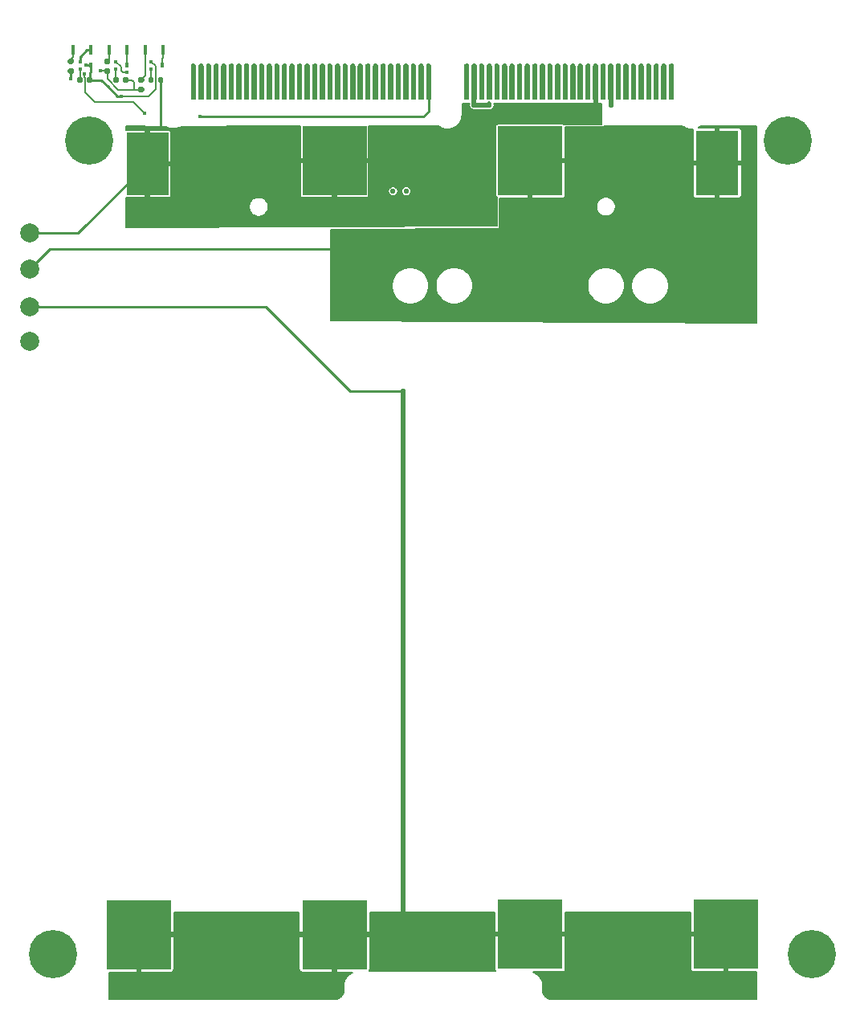
<source format=gbl>
%TF.GenerationSoftware,KiCad,Pcbnew,(5.1.10)-1*%
%TF.CreationDate,2021-11-16T14:43:47-05:00*%
%TF.ProjectId,batteryboard,62617474-6572-4796-926f-6172642e6b69,rev?*%
%TF.SameCoordinates,Original*%
%TF.FileFunction,Copper,L2,Bot*%
%TF.FilePolarity,Positive*%
%FSLAX46Y46*%
G04 Gerber Fmt 4.6, Leading zero omitted, Abs format (unit mm)*
G04 Created by KiCad (PCBNEW (5.1.10)-1) date 2021-11-16 14:43:47*
%MOMM*%
%LPD*%
G01*
G04 APERTURE LIST*
%TA.AperFunction,SMDPad,CuDef*%
%ADD10R,6.800000X7.300000*%
%TD*%
%TA.AperFunction,SMDPad,CuDef*%
%ADD11R,4.500000X6.800000*%
%TD*%
%TA.AperFunction,SMDPad,CuDef*%
%ADD12R,4.500000X6.700000*%
%TD*%
%TA.AperFunction,SMDPad,CuDef*%
%ADD13R,0.450000X0.500000*%
%TD*%
%TA.AperFunction,SMDPad,CuDef*%
%ADD14R,0.450000X0.400000*%
%TD*%
%TA.AperFunction,SMDPad,CuDef*%
%ADD15C,0.100000*%
%TD*%
%TA.AperFunction,ComponentPad*%
%ADD16C,5.080000*%
%TD*%
%TA.AperFunction,SMDPad,CuDef*%
%ADD17R,0.370000X1.000000*%
%TD*%
%TA.AperFunction,ComponentPad*%
%ADD18C,2.000000*%
%TD*%
%TA.AperFunction,ViaPad*%
%ADD19C,0.584200*%
%TD*%
%TA.AperFunction,ViaPad*%
%ADD20C,0.381000*%
%TD*%
%TA.AperFunction,Conductor*%
%ADD21C,0.254000*%
%TD*%
%TA.AperFunction,Conductor*%
%ADD22C,0.203200*%
%TD*%
%TA.AperFunction,Conductor*%
%ADD23C,0.508000*%
%TD*%
%TA.AperFunction,Conductor*%
%ADD24C,0.152400*%
%TD*%
%TA.AperFunction,Conductor*%
%ADD25C,0.100000*%
%TD*%
G04 APERTURE END LIST*
D10*
X108623100Y-55249700D03*
X108623100Y-136799700D03*
X129273300Y-136799700D03*
D11*
X128348300Y-55499700D03*
D12*
X68273100Y-55575100D03*
D10*
X67348100Y-136825100D03*
X87998300Y-136825100D03*
X87998300Y-55275100D03*
%TA.AperFunction,SMDPad,CuDef*%
G36*
G01*
X69404200Y-46921000D02*
X69404200Y-46551000D01*
G75*
G02*
X69539200Y-46416000I135000J0D01*
G01*
X69809200Y-46416000D01*
G75*
G02*
X69944200Y-46551000I0J-135000D01*
G01*
X69944200Y-46921000D01*
G75*
G02*
X69809200Y-47056000I-135000J0D01*
G01*
X69539200Y-47056000D01*
G75*
G02*
X69404200Y-46921000I0J135000D01*
G01*
G37*
%TD.AperFunction*%
%TA.AperFunction,SMDPad,CuDef*%
G36*
G01*
X68384200Y-46921000D02*
X68384200Y-46551000D01*
G75*
G02*
X68519200Y-46416000I135000J0D01*
G01*
X68789200Y-46416000D01*
G75*
G02*
X68924200Y-46551000I0J-135000D01*
G01*
X68924200Y-46921000D01*
G75*
G02*
X68789200Y-47056000I-135000J0D01*
G01*
X68519200Y-47056000D01*
G75*
G02*
X68384200Y-46921000I0J135000D01*
G01*
G37*
%TD.AperFunction*%
%TA.AperFunction,SMDPad,CuDef*%
G36*
G01*
X65721200Y-46921000D02*
X65721200Y-46551000D01*
G75*
G02*
X65856200Y-46416000I135000J0D01*
G01*
X66126200Y-46416000D01*
G75*
G02*
X66261200Y-46551000I0J-135000D01*
G01*
X66261200Y-46921000D01*
G75*
G02*
X66126200Y-47056000I-135000J0D01*
G01*
X65856200Y-47056000D01*
G75*
G02*
X65721200Y-46921000I0J135000D01*
G01*
G37*
%TD.AperFunction*%
%TA.AperFunction,SMDPad,CuDef*%
G36*
G01*
X64701200Y-46921000D02*
X64701200Y-46551000D01*
G75*
G02*
X64836200Y-46416000I135000J0D01*
G01*
X65106200Y-46416000D01*
G75*
G02*
X65241200Y-46551000I0J-135000D01*
G01*
X65241200Y-46921000D01*
G75*
G02*
X65106200Y-47056000I-135000J0D01*
G01*
X64836200Y-47056000D01*
G75*
G02*
X64701200Y-46921000I0J135000D01*
G01*
G37*
%TD.AperFunction*%
%TA.AperFunction,SMDPad,CuDef*%
G36*
G01*
X61911200Y-46921000D02*
X61911200Y-46551000D01*
G75*
G02*
X62046200Y-46416000I135000J0D01*
G01*
X62316200Y-46416000D01*
G75*
G02*
X62451200Y-46551000I0J-135000D01*
G01*
X62451200Y-46921000D01*
G75*
G02*
X62316200Y-47056000I-135000J0D01*
G01*
X62046200Y-47056000D01*
G75*
G02*
X61911200Y-46921000I0J135000D01*
G01*
G37*
%TD.AperFunction*%
%TA.AperFunction,SMDPad,CuDef*%
G36*
G01*
X60891200Y-46921000D02*
X60891200Y-46551000D01*
G75*
G02*
X61026200Y-46416000I135000J0D01*
G01*
X61296200Y-46416000D01*
G75*
G02*
X61431200Y-46551000I0J-135000D01*
G01*
X61431200Y-46921000D01*
G75*
G02*
X61296200Y-47056000I-135000J0D01*
G01*
X61026200Y-47056000D01*
G75*
G02*
X60891200Y-46921000I0J135000D01*
G01*
G37*
%TD.AperFunction*%
%TA.AperFunction,SMDPad,CuDef*%
G36*
G01*
X67799800Y-47004000D02*
X67429800Y-47004000D01*
G75*
G02*
X67294800Y-46869000I0J135000D01*
G01*
X67294800Y-46599000D01*
G75*
G02*
X67429800Y-46464000I135000J0D01*
G01*
X67799800Y-46464000D01*
G75*
G02*
X67934800Y-46599000I0J-135000D01*
G01*
X67934800Y-46869000D01*
G75*
G02*
X67799800Y-47004000I-135000J0D01*
G01*
G37*
%TD.AperFunction*%
%TA.AperFunction,SMDPad,CuDef*%
G36*
G01*
X67799800Y-48024000D02*
X67429800Y-48024000D01*
G75*
G02*
X67294800Y-47889000I0J135000D01*
G01*
X67294800Y-47619000D01*
G75*
G02*
X67429800Y-47484000I135000J0D01*
G01*
X67799800Y-47484000D01*
G75*
G02*
X67934800Y-47619000I0J-135000D01*
G01*
X67934800Y-47889000D01*
G75*
G02*
X67799800Y-48024000I-135000J0D01*
G01*
G37*
%TD.AperFunction*%
%TA.AperFunction,SMDPad,CuDef*%
G36*
G01*
X64218400Y-45048200D02*
X63848400Y-45048200D01*
G75*
G02*
X63713400Y-44913200I0J135000D01*
G01*
X63713400Y-44643200D01*
G75*
G02*
X63848400Y-44508200I135000J0D01*
G01*
X64218400Y-44508200D01*
G75*
G02*
X64353400Y-44643200I0J-135000D01*
G01*
X64353400Y-44913200D01*
G75*
G02*
X64218400Y-45048200I-135000J0D01*
G01*
G37*
%TD.AperFunction*%
%TA.AperFunction,SMDPad,CuDef*%
G36*
G01*
X64218400Y-46068200D02*
X63848400Y-46068200D01*
G75*
G02*
X63713400Y-45933200I0J135000D01*
G01*
X63713400Y-45663200D01*
G75*
G02*
X63848400Y-45528200I135000J0D01*
G01*
X64218400Y-45528200D01*
G75*
G02*
X64353400Y-45663200I0J-135000D01*
G01*
X64353400Y-45933200D01*
G75*
G02*
X64218400Y-46068200I-135000J0D01*
G01*
G37*
%TD.AperFunction*%
%TA.AperFunction,SMDPad,CuDef*%
G36*
G01*
X60383000Y-45048200D02*
X60013000Y-45048200D01*
G75*
G02*
X59878000Y-44913200I0J135000D01*
G01*
X59878000Y-44643200D01*
G75*
G02*
X60013000Y-44508200I135000J0D01*
G01*
X60383000Y-44508200D01*
G75*
G02*
X60518000Y-44643200I0J-135000D01*
G01*
X60518000Y-44913200D01*
G75*
G02*
X60383000Y-45048200I-135000J0D01*
G01*
G37*
%TD.AperFunction*%
%TA.AperFunction,SMDPad,CuDef*%
G36*
G01*
X60383000Y-46068200D02*
X60013000Y-46068200D01*
G75*
G02*
X59878000Y-45933200I0J135000D01*
G01*
X59878000Y-45663200D01*
G75*
G02*
X60013000Y-45528200I135000J0D01*
G01*
X60383000Y-45528200D01*
G75*
G02*
X60518000Y-45663200I0J-135000D01*
G01*
X60518000Y-45933200D01*
G75*
G02*
X60383000Y-46068200I-135000J0D01*
G01*
G37*
%TD.AperFunction*%
D13*
X69815400Y-45186600D03*
D14*
X68665400Y-44786600D03*
X68665400Y-45586600D03*
D13*
X66107000Y-45186600D03*
D14*
X64957000Y-44786600D03*
X64957000Y-45586600D03*
D13*
X62322400Y-45186600D03*
D14*
X61172400Y-44786600D03*
X61172400Y-45586600D03*
%TA.AperFunction,SMDPad,CuDef*%
D15*
G36*
X123550965Y-45005859D02*
G01*
X123577516Y-45009970D01*
X123603540Y-45016651D01*
X123628787Y-45025841D01*
X123653017Y-45037450D01*
X123675998Y-45051368D01*
X123697512Y-45067462D01*
X123717352Y-45085579D01*
X123735330Y-45105545D01*
X123751273Y-45127170D01*
X123765031Y-45150248D01*
X123776470Y-45174559D01*
X123785483Y-45199869D01*
X123791983Y-45225939D01*
X123795908Y-45252518D01*
X123797220Y-45279353D01*
X123797220Y-48804353D01*
X123247220Y-48804353D01*
X123247220Y-45279353D01*
X123247247Y-45275513D01*
X123248934Y-45248699D01*
X123253229Y-45222177D01*
X123260093Y-45196201D01*
X123269458Y-45171019D01*
X123281236Y-45146871D01*
X123295314Y-45123987D01*
X123311558Y-45102586D01*
X123329813Y-45082873D01*
X123349904Y-45065035D01*
X123371640Y-45049243D01*
X123394814Y-45035647D01*
X123419203Y-45024377D01*
X123444576Y-45015542D01*
X123470690Y-45009224D01*
X123497296Y-45005485D01*
X123524140Y-45004360D01*
X123550965Y-45005859D01*
G37*
%TD.AperFunction*%
%TA.AperFunction,SMDPad,CuDef*%
G36*
X122750965Y-45005859D02*
G01*
X122777516Y-45009970D01*
X122803540Y-45016651D01*
X122828787Y-45025841D01*
X122853017Y-45037450D01*
X122875998Y-45051368D01*
X122897512Y-45067462D01*
X122917352Y-45085579D01*
X122935330Y-45105545D01*
X122951273Y-45127170D01*
X122965031Y-45150248D01*
X122976470Y-45174559D01*
X122985483Y-45199869D01*
X122991983Y-45225939D01*
X122995908Y-45252518D01*
X122997220Y-45279353D01*
X122997220Y-48804353D01*
X122447220Y-48804353D01*
X122447220Y-45279353D01*
X122447247Y-45275513D01*
X122448934Y-45248699D01*
X122453229Y-45222177D01*
X122460093Y-45196201D01*
X122469458Y-45171019D01*
X122481236Y-45146871D01*
X122495314Y-45123987D01*
X122511558Y-45102586D01*
X122529813Y-45082873D01*
X122549904Y-45065035D01*
X122571640Y-45049243D01*
X122594814Y-45035647D01*
X122619203Y-45024377D01*
X122644576Y-45015542D01*
X122670690Y-45009224D01*
X122697296Y-45005485D01*
X122724140Y-45004360D01*
X122750965Y-45005859D01*
G37*
%TD.AperFunction*%
%TA.AperFunction,SMDPad,CuDef*%
G36*
X121950965Y-45005859D02*
G01*
X121977516Y-45009970D01*
X122003540Y-45016651D01*
X122028787Y-45025841D01*
X122053017Y-45037450D01*
X122075998Y-45051368D01*
X122097512Y-45067462D01*
X122117352Y-45085579D01*
X122135330Y-45105545D01*
X122151273Y-45127170D01*
X122165031Y-45150248D01*
X122176470Y-45174559D01*
X122185483Y-45199869D01*
X122191983Y-45225939D01*
X122195908Y-45252518D01*
X122197220Y-45279353D01*
X122197220Y-48804353D01*
X121647220Y-48804353D01*
X121647220Y-45279353D01*
X121647247Y-45275513D01*
X121648934Y-45248699D01*
X121653229Y-45222177D01*
X121660093Y-45196201D01*
X121669458Y-45171019D01*
X121681236Y-45146871D01*
X121695314Y-45123987D01*
X121711558Y-45102586D01*
X121729813Y-45082873D01*
X121749904Y-45065035D01*
X121771640Y-45049243D01*
X121794814Y-45035647D01*
X121819203Y-45024377D01*
X121844576Y-45015542D01*
X121870690Y-45009224D01*
X121897296Y-45005485D01*
X121924140Y-45004360D01*
X121950965Y-45005859D01*
G37*
%TD.AperFunction*%
%TA.AperFunction,SMDPad,CuDef*%
G36*
X121150965Y-45005859D02*
G01*
X121177516Y-45009970D01*
X121203540Y-45016651D01*
X121228787Y-45025841D01*
X121253017Y-45037450D01*
X121275998Y-45051368D01*
X121297512Y-45067462D01*
X121317352Y-45085579D01*
X121335330Y-45105545D01*
X121351273Y-45127170D01*
X121365031Y-45150248D01*
X121376470Y-45174559D01*
X121385483Y-45199869D01*
X121391983Y-45225939D01*
X121395908Y-45252518D01*
X121397220Y-45279353D01*
X121397220Y-48804353D01*
X120847220Y-48804353D01*
X120847220Y-45279353D01*
X120847247Y-45275513D01*
X120848934Y-45248699D01*
X120853229Y-45222177D01*
X120860093Y-45196201D01*
X120869458Y-45171019D01*
X120881236Y-45146871D01*
X120895314Y-45123987D01*
X120911558Y-45102586D01*
X120929813Y-45082873D01*
X120949904Y-45065035D01*
X120971640Y-45049243D01*
X120994814Y-45035647D01*
X121019203Y-45024377D01*
X121044576Y-45015542D01*
X121070690Y-45009224D01*
X121097296Y-45005485D01*
X121124140Y-45004360D01*
X121150965Y-45005859D01*
G37*
%TD.AperFunction*%
%TA.AperFunction,SMDPad,CuDef*%
G36*
X120350965Y-45005859D02*
G01*
X120377516Y-45009970D01*
X120403540Y-45016651D01*
X120428787Y-45025841D01*
X120453017Y-45037450D01*
X120475998Y-45051368D01*
X120497512Y-45067462D01*
X120517352Y-45085579D01*
X120535330Y-45105545D01*
X120551273Y-45127170D01*
X120565031Y-45150248D01*
X120576470Y-45174559D01*
X120585483Y-45199869D01*
X120591983Y-45225939D01*
X120595908Y-45252518D01*
X120597220Y-45279353D01*
X120597220Y-48804353D01*
X120047220Y-48804353D01*
X120047220Y-45279353D01*
X120047247Y-45275513D01*
X120048934Y-45248699D01*
X120053229Y-45222177D01*
X120060093Y-45196201D01*
X120069458Y-45171019D01*
X120081236Y-45146871D01*
X120095314Y-45123987D01*
X120111558Y-45102586D01*
X120129813Y-45082873D01*
X120149904Y-45065035D01*
X120171640Y-45049243D01*
X120194814Y-45035647D01*
X120219203Y-45024377D01*
X120244576Y-45015542D01*
X120270690Y-45009224D01*
X120297296Y-45005485D01*
X120324140Y-45004360D01*
X120350965Y-45005859D01*
G37*
%TD.AperFunction*%
%TA.AperFunction,SMDPad,CuDef*%
G36*
X119550965Y-45005859D02*
G01*
X119577516Y-45009970D01*
X119603540Y-45016651D01*
X119628787Y-45025841D01*
X119653017Y-45037450D01*
X119675998Y-45051368D01*
X119697512Y-45067462D01*
X119717352Y-45085579D01*
X119735330Y-45105545D01*
X119751273Y-45127170D01*
X119765031Y-45150248D01*
X119776470Y-45174559D01*
X119785483Y-45199869D01*
X119791983Y-45225939D01*
X119795908Y-45252518D01*
X119797220Y-45279353D01*
X119797220Y-48804353D01*
X119247220Y-48804353D01*
X119247220Y-45279353D01*
X119247247Y-45275513D01*
X119248934Y-45248699D01*
X119253229Y-45222177D01*
X119260093Y-45196201D01*
X119269458Y-45171019D01*
X119281236Y-45146871D01*
X119295314Y-45123987D01*
X119311558Y-45102586D01*
X119329813Y-45082873D01*
X119349904Y-45065035D01*
X119371640Y-45049243D01*
X119394814Y-45035647D01*
X119419203Y-45024377D01*
X119444576Y-45015542D01*
X119470690Y-45009224D01*
X119497296Y-45005485D01*
X119524140Y-45004360D01*
X119550965Y-45005859D01*
G37*
%TD.AperFunction*%
%TA.AperFunction,SMDPad,CuDef*%
G36*
X118750965Y-45005859D02*
G01*
X118777516Y-45009970D01*
X118803540Y-45016651D01*
X118828787Y-45025841D01*
X118853017Y-45037450D01*
X118875998Y-45051368D01*
X118897512Y-45067462D01*
X118917352Y-45085579D01*
X118935330Y-45105545D01*
X118951273Y-45127170D01*
X118965031Y-45150248D01*
X118976470Y-45174559D01*
X118985483Y-45199869D01*
X118991983Y-45225939D01*
X118995908Y-45252518D01*
X118997220Y-45279353D01*
X118997220Y-48804353D01*
X118447220Y-48804353D01*
X118447220Y-45279353D01*
X118447247Y-45275513D01*
X118448934Y-45248699D01*
X118453229Y-45222177D01*
X118460093Y-45196201D01*
X118469458Y-45171019D01*
X118481236Y-45146871D01*
X118495314Y-45123987D01*
X118511558Y-45102586D01*
X118529813Y-45082873D01*
X118549904Y-45065035D01*
X118571640Y-45049243D01*
X118594814Y-45035647D01*
X118619203Y-45024377D01*
X118644576Y-45015542D01*
X118670690Y-45009224D01*
X118697296Y-45005485D01*
X118724140Y-45004360D01*
X118750965Y-45005859D01*
G37*
%TD.AperFunction*%
%TA.AperFunction,SMDPad,CuDef*%
G36*
X117950965Y-45005859D02*
G01*
X117977516Y-45009970D01*
X118003540Y-45016651D01*
X118028787Y-45025841D01*
X118053017Y-45037450D01*
X118075998Y-45051368D01*
X118097512Y-45067462D01*
X118117352Y-45085579D01*
X118135330Y-45105545D01*
X118151273Y-45127170D01*
X118165031Y-45150248D01*
X118176470Y-45174559D01*
X118185483Y-45199869D01*
X118191983Y-45225939D01*
X118195908Y-45252518D01*
X118197220Y-45279353D01*
X118197220Y-48804353D01*
X117647220Y-48804353D01*
X117647220Y-45279353D01*
X117647247Y-45275513D01*
X117648934Y-45248699D01*
X117653229Y-45222177D01*
X117660093Y-45196201D01*
X117669458Y-45171019D01*
X117681236Y-45146871D01*
X117695314Y-45123987D01*
X117711558Y-45102586D01*
X117729813Y-45082873D01*
X117749904Y-45065035D01*
X117771640Y-45049243D01*
X117794814Y-45035647D01*
X117819203Y-45024377D01*
X117844576Y-45015542D01*
X117870690Y-45009224D01*
X117897296Y-45005485D01*
X117924140Y-45004360D01*
X117950965Y-45005859D01*
G37*
%TD.AperFunction*%
%TA.AperFunction,SMDPad,CuDef*%
G36*
X117150965Y-45005859D02*
G01*
X117177516Y-45009970D01*
X117203540Y-45016651D01*
X117228787Y-45025841D01*
X117253017Y-45037450D01*
X117275998Y-45051368D01*
X117297512Y-45067462D01*
X117317352Y-45085579D01*
X117335330Y-45105545D01*
X117351273Y-45127170D01*
X117365031Y-45150248D01*
X117376470Y-45174559D01*
X117385483Y-45199869D01*
X117391983Y-45225939D01*
X117395908Y-45252518D01*
X117397220Y-45279353D01*
X117397220Y-48804353D01*
X116847220Y-48804353D01*
X116847220Y-45279353D01*
X116847247Y-45275513D01*
X116848934Y-45248699D01*
X116853229Y-45222177D01*
X116860093Y-45196201D01*
X116869458Y-45171019D01*
X116881236Y-45146871D01*
X116895314Y-45123987D01*
X116911558Y-45102586D01*
X116929813Y-45082873D01*
X116949904Y-45065035D01*
X116971640Y-45049243D01*
X116994814Y-45035647D01*
X117019203Y-45024377D01*
X117044576Y-45015542D01*
X117070690Y-45009224D01*
X117097296Y-45005485D01*
X117124140Y-45004360D01*
X117150965Y-45005859D01*
G37*
%TD.AperFunction*%
%TA.AperFunction,SMDPad,CuDef*%
G36*
X116350965Y-45005859D02*
G01*
X116377516Y-45009970D01*
X116403540Y-45016651D01*
X116428787Y-45025841D01*
X116453017Y-45037450D01*
X116475998Y-45051368D01*
X116497512Y-45067462D01*
X116517352Y-45085579D01*
X116535330Y-45105545D01*
X116551273Y-45127170D01*
X116565031Y-45150248D01*
X116576470Y-45174559D01*
X116585483Y-45199869D01*
X116591983Y-45225939D01*
X116595908Y-45252518D01*
X116597220Y-45279353D01*
X116597220Y-48804353D01*
X116047220Y-48804353D01*
X116047220Y-45279353D01*
X116047247Y-45275513D01*
X116048934Y-45248699D01*
X116053229Y-45222177D01*
X116060093Y-45196201D01*
X116069458Y-45171019D01*
X116081236Y-45146871D01*
X116095314Y-45123987D01*
X116111558Y-45102586D01*
X116129813Y-45082873D01*
X116149904Y-45065035D01*
X116171640Y-45049243D01*
X116194814Y-45035647D01*
X116219203Y-45024377D01*
X116244576Y-45015542D01*
X116270690Y-45009224D01*
X116297296Y-45005485D01*
X116324140Y-45004360D01*
X116350965Y-45005859D01*
G37*
%TD.AperFunction*%
%TA.AperFunction,SMDPad,CuDef*%
G36*
X115550965Y-45005859D02*
G01*
X115577516Y-45009970D01*
X115603540Y-45016651D01*
X115628787Y-45025841D01*
X115653017Y-45037450D01*
X115675998Y-45051368D01*
X115697512Y-45067462D01*
X115717352Y-45085579D01*
X115735330Y-45105545D01*
X115751273Y-45127170D01*
X115765031Y-45150248D01*
X115776470Y-45174559D01*
X115785483Y-45199869D01*
X115791983Y-45225939D01*
X115795908Y-45252518D01*
X115797220Y-45279353D01*
X115797220Y-48804353D01*
X115247220Y-48804353D01*
X115247220Y-45279353D01*
X115247247Y-45275513D01*
X115248934Y-45248699D01*
X115253229Y-45222177D01*
X115260093Y-45196201D01*
X115269458Y-45171019D01*
X115281236Y-45146871D01*
X115295314Y-45123987D01*
X115311558Y-45102586D01*
X115329813Y-45082873D01*
X115349904Y-45065035D01*
X115371640Y-45049243D01*
X115394814Y-45035647D01*
X115419203Y-45024377D01*
X115444576Y-45015542D01*
X115470690Y-45009224D01*
X115497296Y-45005485D01*
X115524140Y-45004360D01*
X115550965Y-45005859D01*
G37*
%TD.AperFunction*%
%TA.AperFunction,SMDPad,CuDef*%
G36*
X114750965Y-45005859D02*
G01*
X114777516Y-45009970D01*
X114803540Y-45016651D01*
X114828787Y-45025841D01*
X114853017Y-45037450D01*
X114875998Y-45051368D01*
X114897512Y-45067462D01*
X114917352Y-45085579D01*
X114935330Y-45105545D01*
X114951273Y-45127170D01*
X114965031Y-45150248D01*
X114976470Y-45174559D01*
X114985483Y-45199869D01*
X114991983Y-45225939D01*
X114995908Y-45252518D01*
X114997220Y-45279353D01*
X114997220Y-48804353D01*
X114447220Y-48804353D01*
X114447220Y-45279353D01*
X114447247Y-45275513D01*
X114448934Y-45248699D01*
X114453229Y-45222177D01*
X114460093Y-45196201D01*
X114469458Y-45171019D01*
X114481236Y-45146871D01*
X114495314Y-45123987D01*
X114511558Y-45102586D01*
X114529813Y-45082873D01*
X114549904Y-45065035D01*
X114571640Y-45049243D01*
X114594814Y-45035647D01*
X114619203Y-45024377D01*
X114644576Y-45015542D01*
X114670690Y-45009224D01*
X114697296Y-45005485D01*
X114724140Y-45004360D01*
X114750965Y-45005859D01*
G37*
%TD.AperFunction*%
%TA.AperFunction,SMDPad,CuDef*%
G36*
X113950965Y-45005859D02*
G01*
X113977516Y-45009970D01*
X114003540Y-45016651D01*
X114028787Y-45025841D01*
X114053017Y-45037450D01*
X114075998Y-45051368D01*
X114097512Y-45067462D01*
X114117352Y-45085579D01*
X114135330Y-45105545D01*
X114151273Y-45127170D01*
X114165031Y-45150248D01*
X114176470Y-45174559D01*
X114185483Y-45199869D01*
X114191983Y-45225939D01*
X114195908Y-45252518D01*
X114197220Y-45279353D01*
X114197220Y-48804353D01*
X113647220Y-48804353D01*
X113647220Y-45279353D01*
X113647247Y-45275513D01*
X113648934Y-45248699D01*
X113653229Y-45222177D01*
X113660093Y-45196201D01*
X113669458Y-45171019D01*
X113681236Y-45146871D01*
X113695314Y-45123987D01*
X113711558Y-45102586D01*
X113729813Y-45082873D01*
X113749904Y-45065035D01*
X113771640Y-45049243D01*
X113794814Y-45035647D01*
X113819203Y-45024377D01*
X113844576Y-45015542D01*
X113870690Y-45009224D01*
X113897296Y-45005485D01*
X113924140Y-45004360D01*
X113950965Y-45005859D01*
G37*
%TD.AperFunction*%
%TA.AperFunction,SMDPad,CuDef*%
G36*
X113150965Y-45005859D02*
G01*
X113177516Y-45009970D01*
X113203540Y-45016651D01*
X113228787Y-45025841D01*
X113253017Y-45037450D01*
X113275998Y-45051368D01*
X113297512Y-45067462D01*
X113317352Y-45085579D01*
X113335330Y-45105545D01*
X113351273Y-45127170D01*
X113365031Y-45150248D01*
X113376470Y-45174559D01*
X113385483Y-45199869D01*
X113391983Y-45225939D01*
X113395908Y-45252518D01*
X113397220Y-45279353D01*
X113397220Y-48804353D01*
X112847220Y-48804353D01*
X112847220Y-45279353D01*
X112847247Y-45275513D01*
X112848934Y-45248699D01*
X112853229Y-45222177D01*
X112860093Y-45196201D01*
X112869458Y-45171019D01*
X112881236Y-45146871D01*
X112895314Y-45123987D01*
X112911558Y-45102586D01*
X112929813Y-45082873D01*
X112949904Y-45065035D01*
X112971640Y-45049243D01*
X112994814Y-45035647D01*
X113019203Y-45024377D01*
X113044576Y-45015542D01*
X113070690Y-45009224D01*
X113097296Y-45005485D01*
X113124140Y-45004360D01*
X113150965Y-45005859D01*
G37*
%TD.AperFunction*%
%TA.AperFunction,SMDPad,CuDef*%
G36*
X112350965Y-45005859D02*
G01*
X112377516Y-45009970D01*
X112403540Y-45016651D01*
X112428787Y-45025841D01*
X112453017Y-45037450D01*
X112475998Y-45051368D01*
X112497512Y-45067462D01*
X112517352Y-45085579D01*
X112535330Y-45105545D01*
X112551273Y-45127170D01*
X112565031Y-45150248D01*
X112576470Y-45174559D01*
X112585483Y-45199869D01*
X112591983Y-45225939D01*
X112595908Y-45252518D01*
X112597220Y-45279353D01*
X112597220Y-48804353D01*
X112047220Y-48804353D01*
X112047220Y-45279353D01*
X112047247Y-45275513D01*
X112048934Y-45248699D01*
X112053229Y-45222177D01*
X112060093Y-45196201D01*
X112069458Y-45171019D01*
X112081236Y-45146871D01*
X112095314Y-45123987D01*
X112111558Y-45102586D01*
X112129813Y-45082873D01*
X112149904Y-45065035D01*
X112171640Y-45049243D01*
X112194814Y-45035647D01*
X112219203Y-45024377D01*
X112244576Y-45015542D01*
X112270690Y-45009224D01*
X112297296Y-45005485D01*
X112324140Y-45004360D01*
X112350965Y-45005859D01*
G37*
%TD.AperFunction*%
%TA.AperFunction,SMDPad,CuDef*%
G36*
X111550965Y-45005859D02*
G01*
X111577516Y-45009970D01*
X111603540Y-45016651D01*
X111628787Y-45025841D01*
X111653017Y-45037450D01*
X111675998Y-45051368D01*
X111697512Y-45067462D01*
X111717352Y-45085579D01*
X111735330Y-45105545D01*
X111751273Y-45127170D01*
X111765031Y-45150248D01*
X111776470Y-45174559D01*
X111785483Y-45199869D01*
X111791983Y-45225939D01*
X111795908Y-45252518D01*
X111797220Y-45279353D01*
X111797220Y-48804353D01*
X111247220Y-48804353D01*
X111247220Y-45279353D01*
X111247247Y-45275513D01*
X111248934Y-45248699D01*
X111253229Y-45222177D01*
X111260093Y-45196201D01*
X111269458Y-45171019D01*
X111281236Y-45146871D01*
X111295314Y-45123987D01*
X111311558Y-45102586D01*
X111329813Y-45082873D01*
X111349904Y-45065035D01*
X111371640Y-45049243D01*
X111394814Y-45035647D01*
X111419203Y-45024377D01*
X111444576Y-45015542D01*
X111470690Y-45009224D01*
X111497296Y-45005485D01*
X111524140Y-45004360D01*
X111550965Y-45005859D01*
G37*
%TD.AperFunction*%
%TA.AperFunction,SMDPad,CuDef*%
G36*
X110750965Y-45005859D02*
G01*
X110777516Y-45009970D01*
X110803540Y-45016651D01*
X110828787Y-45025841D01*
X110853017Y-45037450D01*
X110875998Y-45051368D01*
X110897512Y-45067462D01*
X110917352Y-45085579D01*
X110935330Y-45105545D01*
X110951273Y-45127170D01*
X110965031Y-45150248D01*
X110976470Y-45174559D01*
X110985483Y-45199869D01*
X110991983Y-45225939D01*
X110995908Y-45252518D01*
X110997220Y-45279353D01*
X110997220Y-48804353D01*
X110447220Y-48804353D01*
X110447220Y-45279353D01*
X110447247Y-45275513D01*
X110448934Y-45248699D01*
X110453229Y-45222177D01*
X110460093Y-45196201D01*
X110469458Y-45171019D01*
X110481236Y-45146871D01*
X110495314Y-45123987D01*
X110511558Y-45102586D01*
X110529813Y-45082873D01*
X110549904Y-45065035D01*
X110571640Y-45049243D01*
X110594814Y-45035647D01*
X110619203Y-45024377D01*
X110644576Y-45015542D01*
X110670690Y-45009224D01*
X110697296Y-45005485D01*
X110724140Y-45004360D01*
X110750965Y-45005859D01*
G37*
%TD.AperFunction*%
%TA.AperFunction,SMDPad,CuDef*%
G36*
X109950965Y-45005859D02*
G01*
X109977516Y-45009970D01*
X110003540Y-45016651D01*
X110028787Y-45025841D01*
X110053017Y-45037450D01*
X110075998Y-45051368D01*
X110097512Y-45067462D01*
X110117352Y-45085579D01*
X110135330Y-45105545D01*
X110151273Y-45127170D01*
X110165031Y-45150248D01*
X110176470Y-45174559D01*
X110185483Y-45199869D01*
X110191983Y-45225939D01*
X110195908Y-45252518D01*
X110197220Y-45279353D01*
X110197220Y-48804353D01*
X109647220Y-48804353D01*
X109647220Y-45279353D01*
X109647247Y-45275513D01*
X109648934Y-45248699D01*
X109653229Y-45222177D01*
X109660093Y-45196201D01*
X109669458Y-45171019D01*
X109681236Y-45146871D01*
X109695314Y-45123987D01*
X109711558Y-45102586D01*
X109729813Y-45082873D01*
X109749904Y-45065035D01*
X109771640Y-45049243D01*
X109794814Y-45035647D01*
X109819203Y-45024377D01*
X109844576Y-45015542D01*
X109870690Y-45009224D01*
X109897296Y-45005485D01*
X109924140Y-45004360D01*
X109950965Y-45005859D01*
G37*
%TD.AperFunction*%
%TA.AperFunction,SMDPad,CuDef*%
G36*
X109150965Y-45005859D02*
G01*
X109177516Y-45009970D01*
X109203540Y-45016651D01*
X109228787Y-45025841D01*
X109253017Y-45037450D01*
X109275998Y-45051368D01*
X109297512Y-45067462D01*
X109317352Y-45085579D01*
X109335330Y-45105545D01*
X109351273Y-45127170D01*
X109365031Y-45150248D01*
X109376470Y-45174559D01*
X109385483Y-45199869D01*
X109391983Y-45225939D01*
X109395908Y-45252518D01*
X109397220Y-45279353D01*
X109397220Y-48804353D01*
X108847220Y-48804353D01*
X108847220Y-45279353D01*
X108847247Y-45275513D01*
X108848934Y-45248699D01*
X108853229Y-45222177D01*
X108860093Y-45196201D01*
X108869458Y-45171019D01*
X108881236Y-45146871D01*
X108895314Y-45123987D01*
X108911558Y-45102586D01*
X108929813Y-45082873D01*
X108949904Y-45065035D01*
X108971640Y-45049243D01*
X108994814Y-45035647D01*
X109019203Y-45024377D01*
X109044576Y-45015542D01*
X109070690Y-45009224D01*
X109097296Y-45005485D01*
X109124140Y-45004360D01*
X109150965Y-45005859D01*
G37*
%TD.AperFunction*%
%TA.AperFunction,SMDPad,CuDef*%
G36*
X108350965Y-45005859D02*
G01*
X108377516Y-45009970D01*
X108403540Y-45016651D01*
X108428787Y-45025841D01*
X108453017Y-45037450D01*
X108475998Y-45051368D01*
X108497512Y-45067462D01*
X108517352Y-45085579D01*
X108535330Y-45105545D01*
X108551273Y-45127170D01*
X108565031Y-45150248D01*
X108576470Y-45174559D01*
X108585483Y-45199869D01*
X108591983Y-45225939D01*
X108595908Y-45252518D01*
X108597220Y-45279353D01*
X108597220Y-48804353D01*
X108047220Y-48804353D01*
X108047220Y-45279353D01*
X108047247Y-45275513D01*
X108048934Y-45248699D01*
X108053229Y-45222177D01*
X108060093Y-45196201D01*
X108069458Y-45171019D01*
X108081236Y-45146871D01*
X108095314Y-45123987D01*
X108111558Y-45102586D01*
X108129813Y-45082873D01*
X108149904Y-45065035D01*
X108171640Y-45049243D01*
X108194814Y-45035647D01*
X108219203Y-45024377D01*
X108244576Y-45015542D01*
X108270690Y-45009224D01*
X108297296Y-45005485D01*
X108324140Y-45004360D01*
X108350965Y-45005859D01*
G37*
%TD.AperFunction*%
%TA.AperFunction,SMDPad,CuDef*%
G36*
X107550965Y-45005859D02*
G01*
X107577516Y-45009970D01*
X107603540Y-45016651D01*
X107628787Y-45025841D01*
X107653017Y-45037450D01*
X107675998Y-45051368D01*
X107697512Y-45067462D01*
X107717352Y-45085579D01*
X107735330Y-45105545D01*
X107751273Y-45127170D01*
X107765031Y-45150248D01*
X107776470Y-45174559D01*
X107785483Y-45199869D01*
X107791983Y-45225939D01*
X107795908Y-45252518D01*
X107797220Y-45279353D01*
X107797220Y-48804353D01*
X107247220Y-48804353D01*
X107247220Y-45279353D01*
X107247247Y-45275513D01*
X107248934Y-45248699D01*
X107253229Y-45222177D01*
X107260093Y-45196201D01*
X107269458Y-45171019D01*
X107281236Y-45146871D01*
X107295314Y-45123987D01*
X107311558Y-45102586D01*
X107329813Y-45082873D01*
X107349904Y-45065035D01*
X107371640Y-45049243D01*
X107394814Y-45035647D01*
X107419203Y-45024377D01*
X107444576Y-45015542D01*
X107470690Y-45009224D01*
X107497296Y-45005485D01*
X107524140Y-45004360D01*
X107550965Y-45005859D01*
G37*
%TD.AperFunction*%
%TA.AperFunction,SMDPad,CuDef*%
G36*
X106750965Y-45005859D02*
G01*
X106777516Y-45009970D01*
X106803540Y-45016651D01*
X106828787Y-45025841D01*
X106853017Y-45037450D01*
X106875998Y-45051368D01*
X106897512Y-45067462D01*
X106917352Y-45085579D01*
X106935330Y-45105545D01*
X106951273Y-45127170D01*
X106965031Y-45150248D01*
X106976470Y-45174559D01*
X106985483Y-45199869D01*
X106991983Y-45225939D01*
X106995908Y-45252518D01*
X106997220Y-45279353D01*
X106997220Y-48804353D01*
X106447220Y-48804353D01*
X106447220Y-45279353D01*
X106447247Y-45275513D01*
X106448934Y-45248699D01*
X106453229Y-45222177D01*
X106460093Y-45196201D01*
X106469458Y-45171019D01*
X106481236Y-45146871D01*
X106495314Y-45123987D01*
X106511558Y-45102586D01*
X106529813Y-45082873D01*
X106549904Y-45065035D01*
X106571640Y-45049243D01*
X106594814Y-45035647D01*
X106619203Y-45024377D01*
X106644576Y-45015542D01*
X106670690Y-45009224D01*
X106697296Y-45005485D01*
X106724140Y-45004360D01*
X106750965Y-45005859D01*
G37*
%TD.AperFunction*%
%TA.AperFunction,SMDPad,CuDef*%
G36*
X105950965Y-45005859D02*
G01*
X105977516Y-45009970D01*
X106003540Y-45016651D01*
X106028787Y-45025841D01*
X106053017Y-45037450D01*
X106075998Y-45051368D01*
X106097512Y-45067462D01*
X106117352Y-45085579D01*
X106135330Y-45105545D01*
X106151273Y-45127170D01*
X106165031Y-45150248D01*
X106176470Y-45174559D01*
X106185483Y-45199869D01*
X106191983Y-45225939D01*
X106195908Y-45252518D01*
X106197220Y-45279353D01*
X106197220Y-48804353D01*
X105647220Y-48804353D01*
X105647220Y-45279353D01*
X105647247Y-45275513D01*
X105648934Y-45248699D01*
X105653229Y-45222177D01*
X105660093Y-45196201D01*
X105669458Y-45171019D01*
X105681236Y-45146871D01*
X105695314Y-45123987D01*
X105711558Y-45102586D01*
X105729813Y-45082873D01*
X105749904Y-45065035D01*
X105771640Y-45049243D01*
X105794814Y-45035647D01*
X105819203Y-45024377D01*
X105844576Y-45015542D01*
X105870690Y-45009224D01*
X105897296Y-45005485D01*
X105924140Y-45004360D01*
X105950965Y-45005859D01*
G37*
%TD.AperFunction*%
%TA.AperFunction,SMDPad,CuDef*%
G36*
X105150965Y-45005859D02*
G01*
X105177516Y-45009970D01*
X105203540Y-45016651D01*
X105228787Y-45025841D01*
X105253017Y-45037450D01*
X105275998Y-45051368D01*
X105297512Y-45067462D01*
X105317352Y-45085579D01*
X105335330Y-45105545D01*
X105351273Y-45127170D01*
X105365031Y-45150248D01*
X105376470Y-45174559D01*
X105385483Y-45199869D01*
X105391983Y-45225939D01*
X105395908Y-45252518D01*
X105397220Y-45279353D01*
X105397220Y-48804353D01*
X104847220Y-48804353D01*
X104847220Y-45279353D01*
X104847247Y-45275513D01*
X104848934Y-45248699D01*
X104853229Y-45222177D01*
X104860093Y-45196201D01*
X104869458Y-45171019D01*
X104881236Y-45146871D01*
X104895314Y-45123987D01*
X104911558Y-45102586D01*
X104929813Y-45082873D01*
X104949904Y-45065035D01*
X104971640Y-45049243D01*
X104994814Y-45035647D01*
X105019203Y-45024377D01*
X105044576Y-45015542D01*
X105070690Y-45009224D01*
X105097296Y-45005485D01*
X105124140Y-45004360D01*
X105150965Y-45005859D01*
G37*
%TD.AperFunction*%
%TA.AperFunction,SMDPad,CuDef*%
G36*
X104350965Y-45005859D02*
G01*
X104377516Y-45009970D01*
X104403540Y-45016651D01*
X104428787Y-45025841D01*
X104453017Y-45037450D01*
X104475998Y-45051368D01*
X104497512Y-45067462D01*
X104517352Y-45085579D01*
X104535330Y-45105545D01*
X104551273Y-45127170D01*
X104565031Y-45150248D01*
X104576470Y-45174559D01*
X104585483Y-45199869D01*
X104591983Y-45225939D01*
X104595908Y-45252518D01*
X104597220Y-45279353D01*
X104597220Y-48804353D01*
X104047220Y-48804353D01*
X104047220Y-45279353D01*
X104047247Y-45275513D01*
X104048934Y-45248699D01*
X104053229Y-45222177D01*
X104060093Y-45196201D01*
X104069458Y-45171019D01*
X104081236Y-45146871D01*
X104095314Y-45123987D01*
X104111558Y-45102586D01*
X104129813Y-45082873D01*
X104149904Y-45065035D01*
X104171640Y-45049243D01*
X104194814Y-45035647D01*
X104219203Y-45024377D01*
X104244576Y-45015542D01*
X104270690Y-45009224D01*
X104297296Y-45005485D01*
X104324140Y-45004360D01*
X104350965Y-45005859D01*
G37*
%TD.AperFunction*%
%TA.AperFunction,SMDPad,CuDef*%
G36*
X103550965Y-45005859D02*
G01*
X103577516Y-45009970D01*
X103603540Y-45016651D01*
X103628787Y-45025841D01*
X103653017Y-45037450D01*
X103675998Y-45051368D01*
X103697512Y-45067462D01*
X103717352Y-45085579D01*
X103735330Y-45105545D01*
X103751273Y-45127170D01*
X103765031Y-45150248D01*
X103776470Y-45174559D01*
X103785483Y-45199869D01*
X103791983Y-45225939D01*
X103795908Y-45252518D01*
X103797220Y-45279353D01*
X103797220Y-48804353D01*
X103247220Y-48804353D01*
X103247220Y-45279353D01*
X103247247Y-45275513D01*
X103248934Y-45248699D01*
X103253229Y-45222177D01*
X103260093Y-45196201D01*
X103269458Y-45171019D01*
X103281236Y-45146871D01*
X103295314Y-45123987D01*
X103311558Y-45102586D01*
X103329813Y-45082873D01*
X103349904Y-45065035D01*
X103371640Y-45049243D01*
X103394814Y-45035647D01*
X103419203Y-45024377D01*
X103444576Y-45015542D01*
X103470690Y-45009224D01*
X103497296Y-45005485D01*
X103524140Y-45004360D01*
X103550965Y-45005859D01*
G37*
%TD.AperFunction*%
%TA.AperFunction,SMDPad,CuDef*%
G36*
X102750965Y-45005859D02*
G01*
X102777516Y-45009970D01*
X102803540Y-45016651D01*
X102828787Y-45025841D01*
X102853017Y-45037450D01*
X102875998Y-45051368D01*
X102897512Y-45067462D01*
X102917352Y-45085579D01*
X102935330Y-45105545D01*
X102951273Y-45127170D01*
X102965031Y-45150248D01*
X102976470Y-45174559D01*
X102985483Y-45199869D01*
X102991983Y-45225939D01*
X102995908Y-45252518D01*
X102997220Y-45279353D01*
X102997220Y-48804353D01*
X102447220Y-48804353D01*
X102447220Y-45279353D01*
X102447247Y-45275513D01*
X102448934Y-45248699D01*
X102453229Y-45222177D01*
X102460093Y-45196201D01*
X102469458Y-45171019D01*
X102481236Y-45146871D01*
X102495314Y-45123987D01*
X102511558Y-45102586D01*
X102529813Y-45082873D01*
X102549904Y-45065035D01*
X102571640Y-45049243D01*
X102594814Y-45035647D01*
X102619203Y-45024377D01*
X102644576Y-45015542D01*
X102670690Y-45009224D01*
X102697296Y-45005485D01*
X102724140Y-45004360D01*
X102750965Y-45005859D01*
G37*
%TD.AperFunction*%
%TA.AperFunction,SMDPad,CuDef*%
G36*
X97950965Y-45005859D02*
G01*
X97977516Y-45009970D01*
X98003540Y-45016651D01*
X98028787Y-45025841D01*
X98053017Y-45037450D01*
X98075998Y-45051368D01*
X98097512Y-45067462D01*
X98117352Y-45085579D01*
X98135330Y-45105545D01*
X98151273Y-45127170D01*
X98165031Y-45150248D01*
X98176470Y-45174559D01*
X98185483Y-45199869D01*
X98191983Y-45225939D01*
X98195908Y-45252518D01*
X98197220Y-45279353D01*
X98197220Y-48804353D01*
X97647220Y-48804353D01*
X97647220Y-45279353D01*
X97647247Y-45275513D01*
X97648934Y-45248699D01*
X97653229Y-45222177D01*
X97660093Y-45196201D01*
X97669458Y-45171019D01*
X97681236Y-45146871D01*
X97695314Y-45123987D01*
X97711558Y-45102586D01*
X97729813Y-45082873D01*
X97749904Y-45065035D01*
X97771640Y-45049243D01*
X97794814Y-45035647D01*
X97819203Y-45024377D01*
X97844576Y-45015542D01*
X97870690Y-45009224D01*
X97897296Y-45005485D01*
X97924140Y-45004360D01*
X97950965Y-45005859D01*
G37*
%TD.AperFunction*%
%TA.AperFunction,SMDPad,CuDef*%
G36*
X97150965Y-45005859D02*
G01*
X97177516Y-45009970D01*
X97203540Y-45016651D01*
X97228787Y-45025841D01*
X97253017Y-45037450D01*
X97275998Y-45051368D01*
X97297512Y-45067462D01*
X97317352Y-45085579D01*
X97335330Y-45105545D01*
X97351273Y-45127170D01*
X97365031Y-45150248D01*
X97376470Y-45174559D01*
X97385483Y-45199869D01*
X97391983Y-45225939D01*
X97395908Y-45252518D01*
X97397220Y-45279353D01*
X97397220Y-48804353D01*
X96847220Y-48804353D01*
X96847220Y-45279353D01*
X96847247Y-45275513D01*
X96848934Y-45248699D01*
X96853229Y-45222177D01*
X96860093Y-45196201D01*
X96869458Y-45171019D01*
X96881236Y-45146871D01*
X96895314Y-45123987D01*
X96911558Y-45102586D01*
X96929813Y-45082873D01*
X96949904Y-45065035D01*
X96971640Y-45049243D01*
X96994814Y-45035647D01*
X97019203Y-45024377D01*
X97044576Y-45015542D01*
X97070690Y-45009224D01*
X97097296Y-45005485D01*
X97124140Y-45004360D01*
X97150965Y-45005859D01*
G37*
%TD.AperFunction*%
%TA.AperFunction,SMDPad,CuDef*%
G36*
X96350965Y-45005859D02*
G01*
X96377516Y-45009970D01*
X96403540Y-45016651D01*
X96428787Y-45025841D01*
X96453017Y-45037450D01*
X96475998Y-45051368D01*
X96497512Y-45067462D01*
X96517352Y-45085579D01*
X96535330Y-45105545D01*
X96551273Y-45127170D01*
X96565031Y-45150248D01*
X96576470Y-45174559D01*
X96585483Y-45199869D01*
X96591983Y-45225939D01*
X96595908Y-45252518D01*
X96597220Y-45279353D01*
X96597220Y-48804353D01*
X96047220Y-48804353D01*
X96047220Y-45279353D01*
X96047247Y-45275513D01*
X96048934Y-45248699D01*
X96053229Y-45222177D01*
X96060093Y-45196201D01*
X96069458Y-45171019D01*
X96081236Y-45146871D01*
X96095314Y-45123987D01*
X96111558Y-45102586D01*
X96129813Y-45082873D01*
X96149904Y-45065035D01*
X96171640Y-45049243D01*
X96194814Y-45035647D01*
X96219203Y-45024377D01*
X96244576Y-45015542D01*
X96270690Y-45009224D01*
X96297296Y-45005485D01*
X96324140Y-45004360D01*
X96350965Y-45005859D01*
G37*
%TD.AperFunction*%
%TA.AperFunction,SMDPad,CuDef*%
G36*
X95550965Y-45005859D02*
G01*
X95577516Y-45009970D01*
X95603540Y-45016651D01*
X95628787Y-45025841D01*
X95653017Y-45037450D01*
X95675998Y-45051368D01*
X95697512Y-45067462D01*
X95717352Y-45085579D01*
X95735330Y-45105545D01*
X95751273Y-45127170D01*
X95765031Y-45150248D01*
X95776470Y-45174559D01*
X95785483Y-45199869D01*
X95791983Y-45225939D01*
X95795908Y-45252518D01*
X95797220Y-45279353D01*
X95797220Y-48804353D01*
X95247220Y-48804353D01*
X95247220Y-45279353D01*
X95247247Y-45275513D01*
X95248934Y-45248699D01*
X95253229Y-45222177D01*
X95260093Y-45196201D01*
X95269458Y-45171019D01*
X95281236Y-45146871D01*
X95295314Y-45123987D01*
X95311558Y-45102586D01*
X95329813Y-45082873D01*
X95349904Y-45065035D01*
X95371640Y-45049243D01*
X95394814Y-45035647D01*
X95419203Y-45024377D01*
X95444576Y-45015542D01*
X95470690Y-45009224D01*
X95497296Y-45005485D01*
X95524140Y-45004360D01*
X95550965Y-45005859D01*
G37*
%TD.AperFunction*%
%TA.AperFunction,SMDPad,CuDef*%
G36*
X94750965Y-45005859D02*
G01*
X94777516Y-45009970D01*
X94803540Y-45016651D01*
X94828787Y-45025841D01*
X94853017Y-45037450D01*
X94875998Y-45051368D01*
X94897512Y-45067462D01*
X94917352Y-45085579D01*
X94935330Y-45105545D01*
X94951273Y-45127170D01*
X94965031Y-45150248D01*
X94976470Y-45174559D01*
X94985483Y-45199869D01*
X94991983Y-45225939D01*
X94995908Y-45252518D01*
X94997220Y-45279353D01*
X94997220Y-48804353D01*
X94447220Y-48804353D01*
X94447220Y-45279353D01*
X94447247Y-45275513D01*
X94448934Y-45248699D01*
X94453229Y-45222177D01*
X94460093Y-45196201D01*
X94469458Y-45171019D01*
X94481236Y-45146871D01*
X94495314Y-45123987D01*
X94511558Y-45102586D01*
X94529813Y-45082873D01*
X94549904Y-45065035D01*
X94571640Y-45049243D01*
X94594814Y-45035647D01*
X94619203Y-45024377D01*
X94644576Y-45015542D01*
X94670690Y-45009224D01*
X94697296Y-45005485D01*
X94724140Y-45004360D01*
X94750965Y-45005859D01*
G37*
%TD.AperFunction*%
%TA.AperFunction,SMDPad,CuDef*%
G36*
X93950965Y-45005859D02*
G01*
X93977516Y-45009970D01*
X94003540Y-45016651D01*
X94028787Y-45025841D01*
X94053017Y-45037450D01*
X94075998Y-45051368D01*
X94097512Y-45067462D01*
X94117352Y-45085579D01*
X94135330Y-45105545D01*
X94151273Y-45127170D01*
X94165031Y-45150248D01*
X94176470Y-45174559D01*
X94185483Y-45199869D01*
X94191983Y-45225939D01*
X94195908Y-45252518D01*
X94197220Y-45279353D01*
X94197220Y-48804353D01*
X93647220Y-48804353D01*
X93647220Y-45279353D01*
X93647247Y-45275513D01*
X93648934Y-45248699D01*
X93653229Y-45222177D01*
X93660093Y-45196201D01*
X93669458Y-45171019D01*
X93681236Y-45146871D01*
X93695314Y-45123987D01*
X93711558Y-45102586D01*
X93729813Y-45082873D01*
X93749904Y-45065035D01*
X93771640Y-45049243D01*
X93794814Y-45035647D01*
X93819203Y-45024377D01*
X93844576Y-45015542D01*
X93870690Y-45009224D01*
X93897296Y-45005485D01*
X93924140Y-45004360D01*
X93950965Y-45005859D01*
G37*
%TD.AperFunction*%
%TA.AperFunction,SMDPad,CuDef*%
G36*
X93150965Y-45005859D02*
G01*
X93177516Y-45009970D01*
X93203540Y-45016651D01*
X93228787Y-45025841D01*
X93253017Y-45037450D01*
X93275998Y-45051368D01*
X93297512Y-45067462D01*
X93317352Y-45085579D01*
X93335330Y-45105545D01*
X93351273Y-45127170D01*
X93365031Y-45150248D01*
X93376470Y-45174559D01*
X93385483Y-45199869D01*
X93391983Y-45225939D01*
X93395908Y-45252518D01*
X93397220Y-45279353D01*
X93397220Y-48804353D01*
X92847220Y-48804353D01*
X92847220Y-45279353D01*
X92847247Y-45275513D01*
X92848934Y-45248699D01*
X92853229Y-45222177D01*
X92860093Y-45196201D01*
X92869458Y-45171019D01*
X92881236Y-45146871D01*
X92895314Y-45123987D01*
X92911558Y-45102586D01*
X92929813Y-45082873D01*
X92949904Y-45065035D01*
X92971640Y-45049243D01*
X92994814Y-45035647D01*
X93019203Y-45024377D01*
X93044576Y-45015542D01*
X93070690Y-45009224D01*
X93097296Y-45005485D01*
X93124140Y-45004360D01*
X93150965Y-45005859D01*
G37*
%TD.AperFunction*%
%TA.AperFunction,SMDPad,CuDef*%
G36*
X92350965Y-45005859D02*
G01*
X92377516Y-45009970D01*
X92403540Y-45016651D01*
X92428787Y-45025841D01*
X92453017Y-45037450D01*
X92475998Y-45051368D01*
X92497512Y-45067462D01*
X92517352Y-45085579D01*
X92535330Y-45105545D01*
X92551273Y-45127170D01*
X92565031Y-45150248D01*
X92576470Y-45174559D01*
X92585483Y-45199869D01*
X92591983Y-45225939D01*
X92595908Y-45252518D01*
X92597220Y-45279353D01*
X92597220Y-48804353D01*
X92047220Y-48804353D01*
X92047220Y-45279353D01*
X92047247Y-45275513D01*
X92048934Y-45248699D01*
X92053229Y-45222177D01*
X92060093Y-45196201D01*
X92069458Y-45171019D01*
X92081236Y-45146871D01*
X92095314Y-45123987D01*
X92111558Y-45102586D01*
X92129813Y-45082873D01*
X92149904Y-45065035D01*
X92171640Y-45049243D01*
X92194814Y-45035647D01*
X92219203Y-45024377D01*
X92244576Y-45015542D01*
X92270690Y-45009224D01*
X92297296Y-45005485D01*
X92324140Y-45004360D01*
X92350965Y-45005859D01*
G37*
%TD.AperFunction*%
%TA.AperFunction,SMDPad,CuDef*%
G36*
X91550965Y-45005859D02*
G01*
X91577516Y-45009970D01*
X91603540Y-45016651D01*
X91628787Y-45025841D01*
X91653017Y-45037450D01*
X91675998Y-45051368D01*
X91697512Y-45067462D01*
X91717352Y-45085579D01*
X91735330Y-45105545D01*
X91751273Y-45127170D01*
X91765031Y-45150248D01*
X91776470Y-45174559D01*
X91785483Y-45199869D01*
X91791983Y-45225939D01*
X91795908Y-45252518D01*
X91797220Y-45279353D01*
X91797220Y-48804353D01*
X91247220Y-48804353D01*
X91247220Y-45279353D01*
X91247247Y-45275513D01*
X91248934Y-45248699D01*
X91253229Y-45222177D01*
X91260093Y-45196201D01*
X91269458Y-45171019D01*
X91281236Y-45146871D01*
X91295314Y-45123987D01*
X91311558Y-45102586D01*
X91329813Y-45082873D01*
X91349904Y-45065035D01*
X91371640Y-45049243D01*
X91394814Y-45035647D01*
X91419203Y-45024377D01*
X91444576Y-45015542D01*
X91470690Y-45009224D01*
X91497296Y-45005485D01*
X91524140Y-45004360D01*
X91550965Y-45005859D01*
G37*
%TD.AperFunction*%
%TA.AperFunction,SMDPad,CuDef*%
G36*
X90750965Y-45005859D02*
G01*
X90777516Y-45009970D01*
X90803540Y-45016651D01*
X90828787Y-45025841D01*
X90853017Y-45037450D01*
X90875998Y-45051368D01*
X90897512Y-45067462D01*
X90917352Y-45085579D01*
X90935330Y-45105545D01*
X90951273Y-45127170D01*
X90965031Y-45150248D01*
X90976470Y-45174559D01*
X90985483Y-45199869D01*
X90991983Y-45225939D01*
X90995908Y-45252518D01*
X90997220Y-45279353D01*
X90997220Y-48804353D01*
X90447220Y-48804353D01*
X90447220Y-45279353D01*
X90447247Y-45275513D01*
X90448934Y-45248699D01*
X90453229Y-45222177D01*
X90460093Y-45196201D01*
X90469458Y-45171019D01*
X90481236Y-45146871D01*
X90495314Y-45123987D01*
X90511558Y-45102586D01*
X90529813Y-45082873D01*
X90549904Y-45065035D01*
X90571640Y-45049243D01*
X90594814Y-45035647D01*
X90619203Y-45024377D01*
X90644576Y-45015542D01*
X90670690Y-45009224D01*
X90697296Y-45005485D01*
X90724140Y-45004360D01*
X90750965Y-45005859D01*
G37*
%TD.AperFunction*%
%TA.AperFunction,SMDPad,CuDef*%
G36*
X89950965Y-45005859D02*
G01*
X89977516Y-45009970D01*
X90003540Y-45016651D01*
X90028787Y-45025841D01*
X90053017Y-45037450D01*
X90075998Y-45051368D01*
X90097512Y-45067462D01*
X90117352Y-45085579D01*
X90135330Y-45105545D01*
X90151273Y-45127170D01*
X90165031Y-45150248D01*
X90176470Y-45174559D01*
X90185483Y-45199869D01*
X90191983Y-45225939D01*
X90195908Y-45252518D01*
X90197220Y-45279353D01*
X90197220Y-48804353D01*
X89647220Y-48804353D01*
X89647220Y-45279353D01*
X89647247Y-45275513D01*
X89648934Y-45248699D01*
X89653229Y-45222177D01*
X89660093Y-45196201D01*
X89669458Y-45171019D01*
X89681236Y-45146871D01*
X89695314Y-45123987D01*
X89711558Y-45102586D01*
X89729813Y-45082873D01*
X89749904Y-45065035D01*
X89771640Y-45049243D01*
X89794814Y-45035647D01*
X89819203Y-45024377D01*
X89844576Y-45015542D01*
X89870690Y-45009224D01*
X89897296Y-45005485D01*
X89924140Y-45004360D01*
X89950965Y-45005859D01*
G37*
%TD.AperFunction*%
%TA.AperFunction,SMDPad,CuDef*%
G36*
X89150965Y-45005859D02*
G01*
X89177516Y-45009970D01*
X89203540Y-45016651D01*
X89228787Y-45025841D01*
X89253017Y-45037450D01*
X89275998Y-45051368D01*
X89297512Y-45067462D01*
X89317352Y-45085579D01*
X89335330Y-45105545D01*
X89351273Y-45127170D01*
X89365031Y-45150248D01*
X89376470Y-45174559D01*
X89385483Y-45199869D01*
X89391983Y-45225939D01*
X89395908Y-45252518D01*
X89397220Y-45279353D01*
X89397220Y-48804353D01*
X88847220Y-48804353D01*
X88847220Y-45279353D01*
X88847247Y-45275513D01*
X88848934Y-45248699D01*
X88853229Y-45222177D01*
X88860093Y-45196201D01*
X88869458Y-45171019D01*
X88881236Y-45146871D01*
X88895314Y-45123987D01*
X88911558Y-45102586D01*
X88929813Y-45082873D01*
X88949904Y-45065035D01*
X88971640Y-45049243D01*
X88994814Y-45035647D01*
X89019203Y-45024377D01*
X89044576Y-45015542D01*
X89070690Y-45009224D01*
X89097296Y-45005485D01*
X89124140Y-45004360D01*
X89150965Y-45005859D01*
G37*
%TD.AperFunction*%
%TA.AperFunction,SMDPad,CuDef*%
G36*
X88350965Y-45005859D02*
G01*
X88377516Y-45009970D01*
X88403540Y-45016651D01*
X88428787Y-45025841D01*
X88453017Y-45037450D01*
X88475998Y-45051368D01*
X88497512Y-45067462D01*
X88517352Y-45085579D01*
X88535330Y-45105545D01*
X88551273Y-45127170D01*
X88565031Y-45150248D01*
X88576470Y-45174559D01*
X88585483Y-45199869D01*
X88591983Y-45225939D01*
X88595908Y-45252518D01*
X88597220Y-45279353D01*
X88597220Y-48804353D01*
X88047220Y-48804353D01*
X88047220Y-45279353D01*
X88047247Y-45275513D01*
X88048934Y-45248699D01*
X88053229Y-45222177D01*
X88060093Y-45196201D01*
X88069458Y-45171019D01*
X88081236Y-45146871D01*
X88095314Y-45123987D01*
X88111558Y-45102586D01*
X88129813Y-45082873D01*
X88149904Y-45065035D01*
X88171640Y-45049243D01*
X88194814Y-45035647D01*
X88219203Y-45024377D01*
X88244576Y-45015542D01*
X88270690Y-45009224D01*
X88297296Y-45005485D01*
X88324140Y-45004360D01*
X88350965Y-45005859D01*
G37*
%TD.AperFunction*%
%TA.AperFunction,SMDPad,CuDef*%
G36*
X87550965Y-45005859D02*
G01*
X87577516Y-45009970D01*
X87603540Y-45016651D01*
X87628787Y-45025841D01*
X87653017Y-45037450D01*
X87675998Y-45051368D01*
X87697512Y-45067462D01*
X87717352Y-45085579D01*
X87735330Y-45105545D01*
X87751273Y-45127170D01*
X87765031Y-45150248D01*
X87776470Y-45174559D01*
X87785483Y-45199869D01*
X87791983Y-45225939D01*
X87795908Y-45252518D01*
X87797220Y-45279353D01*
X87797220Y-48804353D01*
X87247220Y-48804353D01*
X87247220Y-45279353D01*
X87247247Y-45275513D01*
X87248934Y-45248699D01*
X87253229Y-45222177D01*
X87260093Y-45196201D01*
X87269458Y-45171019D01*
X87281236Y-45146871D01*
X87295314Y-45123987D01*
X87311558Y-45102586D01*
X87329813Y-45082873D01*
X87349904Y-45065035D01*
X87371640Y-45049243D01*
X87394814Y-45035647D01*
X87419203Y-45024377D01*
X87444576Y-45015542D01*
X87470690Y-45009224D01*
X87497296Y-45005485D01*
X87524140Y-45004360D01*
X87550965Y-45005859D01*
G37*
%TD.AperFunction*%
%TA.AperFunction,SMDPad,CuDef*%
G36*
X86750965Y-45005859D02*
G01*
X86777516Y-45009970D01*
X86803540Y-45016651D01*
X86828787Y-45025841D01*
X86853017Y-45037450D01*
X86875998Y-45051368D01*
X86897512Y-45067462D01*
X86917352Y-45085579D01*
X86935330Y-45105545D01*
X86951273Y-45127170D01*
X86965031Y-45150248D01*
X86976470Y-45174559D01*
X86985483Y-45199869D01*
X86991983Y-45225939D01*
X86995908Y-45252518D01*
X86997220Y-45279353D01*
X86997220Y-48804353D01*
X86447220Y-48804353D01*
X86447220Y-45279353D01*
X86447247Y-45275513D01*
X86448934Y-45248699D01*
X86453229Y-45222177D01*
X86460093Y-45196201D01*
X86469458Y-45171019D01*
X86481236Y-45146871D01*
X86495314Y-45123987D01*
X86511558Y-45102586D01*
X86529813Y-45082873D01*
X86549904Y-45065035D01*
X86571640Y-45049243D01*
X86594814Y-45035647D01*
X86619203Y-45024377D01*
X86644576Y-45015542D01*
X86670690Y-45009224D01*
X86697296Y-45005485D01*
X86724140Y-45004360D01*
X86750965Y-45005859D01*
G37*
%TD.AperFunction*%
%TA.AperFunction,SMDPad,CuDef*%
G36*
X85950965Y-45005859D02*
G01*
X85977516Y-45009970D01*
X86003540Y-45016651D01*
X86028787Y-45025841D01*
X86053017Y-45037450D01*
X86075998Y-45051368D01*
X86097512Y-45067462D01*
X86117352Y-45085579D01*
X86135330Y-45105545D01*
X86151273Y-45127170D01*
X86165031Y-45150248D01*
X86176470Y-45174559D01*
X86185483Y-45199869D01*
X86191983Y-45225939D01*
X86195908Y-45252518D01*
X86197220Y-45279353D01*
X86197220Y-48804353D01*
X85647220Y-48804353D01*
X85647220Y-45279353D01*
X85647247Y-45275513D01*
X85648934Y-45248699D01*
X85653229Y-45222177D01*
X85660093Y-45196201D01*
X85669458Y-45171019D01*
X85681236Y-45146871D01*
X85695314Y-45123987D01*
X85711558Y-45102586D01*
X85729813Y-45082873D01*
X85749904Y-45065035D01*
X85771640Y-45049243D01*
X85794814Y-45035647D01*
X85819203Y-45024377D01*
X85844576Y-45015542D01*
X85870690Y-45009224D01*
X85897296Y-45005485D01*
X85924140Y-45004360D01*
X85950965Y-45005859D01*
G37*
%TD.AperFunction*%
%TA.AperFunction,SMDPad,CuDef*%
G36*
X85150965Y-45005859D02*
G01*
X85177516Y-45009970D01*
X85203540Y-45016651D01*
X85228787Y-45025841D01*
X85253017Y-45037450D01*
X85275998Y-45051368D01*
X85297512Y-45067462D01*
X85317352Y-45085579D01*
X85335330Y-45105545D01*
X85351273Y-45127170D01*
X85365031Y-45150248D01*
X85376470Y-45174559D01*
X85385483Y-45199869D01*
X85391983Y-45225939D01*
X85395908Y-45252518D01*
X85397220Y-45279353D01*
X85397220Y-48804353D01*
X84847220Y-48804353D01*
X84847220Y-45279353D01*
X84847247Y-45275513D01*
X84848934Y-45248699D01*
X84853229Y-45222177D01*
X84860093Y-45196201D01*
X84869458Y-45171019D01*
X84881236Y-45146871D01*
X84895314Y-45123987D01*
X84911558Y-45102586D01*
X84929813Y-45082873D01*
X84949904Y-45065035D01*
X84971640Y-45049243D01*
X84994814Y-45035647D01*
X85019203Y-45024377D01*
X85044576Y-45015542D01*
X85070690Y-45009224D01*
X85097296Y-45005485D01*
X85124140Y-45004360D01*
X85150965Y-45005859D01*
G37*
%TD.AperFunction*%
%TA.AperFunction,SMDPad,CuDef*%
G36*
X84350965Y-45005859D02*
G01*
X84377516Y-45009970D01*
X84403540Y-45016651D01*
X84428787Y-45025841D01*
X84453017Y-45037450D01*
X84475998Y-45051368D01*
X84497512Y-45067462D01*
X84517352Y-45085579D01*
X84535330Y-45105545D01*
X84551273Y-45127170D01*
X84565031Y-45150248D01*
X84576470Y-45174559D01*
X84585483Y-45199869D01*
X84591983Y-45225939D01*
X84595908Y-45252518D01*
X84597220Y-45279353D01*
X84597220Y-48804353D01*
X84047220Y-48804353D01*
X84047220Y-45279353D01*
X84047247Y-45275513D01*
X84048934Y-45248699D01*
X84053229Y-45222177D01*
X84060093Y-45196201D01*
X84069458Y-45171019D01*
X84081236Y-45146871D01*
X84095314Y-45123987D01*
X84111558Y-45102586D01*
X84129813Y-45082873D01*
X84149904Y-45065035D01*
X84171640Y-45049243D01*
X84194814Y-45035647D01*
X84219203Y-45024377D01*
X84244576Y-45015542D01*
X84270690Y-45009224D01*
X84297296Y-45005485D01*
X84324140Y-45004360D01*
X84350965Y-45005859D01*
G37*
%TD.AperFunction*%
%TA.AperFunction,SMDPad,CuDef*%
G36*
X83550965Y-45005859D02*
G01*
X83577516Y-45009970D01*
X83603540Y-45016651D01*
X83628787Y-45025841D01*
X83653017Y-45037450D01*
X83675998Y-45051368D01*
X83697512Y-45067462D01*
X83717352Y-45085579D01*
X83735330Y-45105545D01*
X83751273Y-45127170D01*
X83765031Y-45150248D01*
X83776470Y-45174559D01*
X83785483Y-45199869D01*
X83791983Y-45225939D01*
X83795908Y-45252518D01*
X83797220Y-45279353D01*
X83797220Y-48804353D01*
X83247220Y-48804353D01*
X83247220Y-45279353D01*
X83247247Y-45275513D01*
X83248934Y-45248699D01*
X83253229Y-45222177D01*
X83260093Y-45196201D01*
X83269458Y-45171019D01*
X83281236Y-45146871D01*
X83295314Y-45123987D01*
X83311558Y-45102586D01*
X83329813Y-45082873D01*
X83349904Y-45065035D01*
X83371640Y-45049243D01*
X83394814Y-45035647D01*
X83419203Y-45024377D01*
X83444576Y-45015542D01*
X83470690Y-45009224D01*
X83497296Y-45005485D01*
X83524140Y-45004360D01*
X83550965Y-45005859D01*
G37*
%TD.AperFunction*%
%TA.AperFunction,SMDPad,CuDef*%
G36*
X82750965Y-45005859D02*
G01*
X82777516Y-45009970D01*
X82803540Y-45016651D01*
X82828787Y-45025841D01*
X82853017Y-45037450D01*
X82875998Y-45051368D01*
X82897512Y-45067462D01*
X82917352Y-45085579D01*
X82935330Y-45105545D01*
X82951273Y-45127170D01*
X82965031Y-45150248D01*
X82976470Y-45174559D01*
X82985483Y-45199869D01*
X82991983Y-45225939D01*
X82995908Y-45252518D01*
X82997220Y-45279353D01*
X82997220Y-48804353D01*
X82447220Y-48804353D01*
X82447220Y-45279353D01*
X82447247Y-45275513D01*
X82448934Y-45248699D01*
X82453229Y-45222177D01*
X82460093Y-45196201D01*
X82469458Y-45171019D01*
X82481236Y-45146871D01*
X82495314Y-45123987D01*
X82511558Y-45102586D01*
X82529813Y-45082873D01*
X82549904Y-45065035D01*
X82571640Y-45049243D01*
X82594814Y-45035647D01*
X82619203Y-45024377D01*
X82644576Y-45015542D01*
X82670690Y-45009224D01*
X82697296Y-45005485D01*
X82724140Y-45004360D01*
X82750965Y-45005859D01*
G37*
%TD.AperFunction*%
%TA.AperFunction,SMDPad,CuDef*%
G36*
X81950965Y-45005859D02*
G01*
X81977516Y-45009970D01*
X82003540Y-45016651D01*
X82028787Y-45025841D01*
X82053017Y-45037450D01*
X82075998Y-45051368D01*
X82097512Y-45067462D01*
X82117352Y-45085579D01*
X82135330Y-45105545D01*
X82151273Y-45127170D01*
X82165031Y-45150248D01*
X82176470Y-45174559D01*
X82185483Y-45199869D01*
X82191983Y-45225939D01*
X82195908Y-45252518D01*
X82197220Y-45279353D01*
X82197220Y-48804353D01*
X81647220Y-48804353D01*
X81647220Y-45279353D01*
X81647247Y-45275513D01*
X81648934Y-45248699D01*
X81653229Y-45222177D01*
X81660093Y-45196201D01*
X81669458Y-45171019D01*
X81681236Y-45146871D01*
X81695314Y-45123987D01*
X81711558Y-45102586D01*
X81729813Y-45082873D01*
X81749904Y-45065035D01*
X81771640Y-45049243D01*
X81794814Y-45035647D01*
X81819203Y-45024377D01*
X81844576Y-45015542D01*
X81870690Y-45009224D01*
X81897296Y-45005485D01*
X81924140Y-45004360D01*
X81950965Y-45005859D01*
G37*
%TD.AperFunction*%
%TA.AperFunction,SMDPad,CuDef*%
G36*
X81150965Y-45005859D02*
G01*
X81177516Y-45009970D01*
X81203540Y-45016651D01*
X81228787Y-45025841D01*
X81253017Y-45037450D01*
X81275998Y-45051368D01*
X81297512Y-45067462D01*
X81317352Y-45085579D01*
X81335330Y-45105545D01*
X81351273Y-45127170D01*
X81365031Y-45150248D01*
X81376470Y-45174559D01*
X81385483Y-45199869D01*
X81391983Y-45225939D01*
X81395908Y-45252518D01*
X81397220Y-45279353D01*
X81397220Y-48804353D01*
X80847220Y-48804353D01*
X80847220Y-45279353D01*
X80847247Y-45275513D01*
X80848934Y-45248699D01*
X80853229Y-45222177D01*
X80860093Y-45196201D01*
X80869458Y-45171019D01*
X80881236Y-45146871D01*
X80895314Y-45123987D01*
X80911558Y-45102586D01*
X80929813Y-45082873D01*
X80949904Y-45065035D01*
X80971640Y-45049243D01*
X80994814Y-45035647D01*
X81019203Y-45024377D01*
X81044576Y-45015542D01*
X81070690Y-45009224D01*
X81097296Y-45005485D01*
X81124140Y-45004360D01*
X81150965Y-45005859D01*
G37*
%TD.AperFunction*%
%TA.AperFunction,SMDPad,CuDef*%
G36*
X80350965Y-45005859D02*
G01*
X80377516Y-45009970D01*
X80403540Y-45016651D01*
X80428787Y-45025841D01*
X80453017Y-45037450D01*
X80475998Y-45051368D01*
X80497512Y-45067462D01*
X80517352Y-45085579D01*
X80535330Y-45105545D01*
X80551273Y-45127170D01*
X80565031Y-45150248D01*
X80576470Y-45174559D01*
X80585483Y-45199869D01*
X80591983Y-45225939D01*
X80595908Y-45252518D01*
X80597220Y-45279353D01*
X80597220Y-48804353D01*
X80047220Y-48804353D01*
X80047220Y-45279353D01*
X80047247Y-45275513D01*
X80048934Y-45248699D01*
X80053229Y-45222177D01*
X80060093Y-45196201D01*
X80069458Y-45171019D01*
X80081236Y-45146871D01*
X80095314Y-45123987D01*
X80111558Y-45102586D01*
X80129813Y-45082873D01*
X80149904Y-45065035D01*
X80171640Y-45049243D01*
X80194814Y-45035647D01*
X80219203Y-45024377D01*
X80244576Y-45015542D01*
X80270690Y-45009224D01*
X80297296Y-45005485D01*
X80324140Y-45004360D01*
X80350965Y-45005859D01*
G37*
%TD.AperFunction*%
%TA.AperFunction,SMDPad,CuDef*%
G36*
X79550965Y-45005859D02*
G01*
X79577516Y-45009970D01*
X79603540Y-45016651D01*
X79628787Y-45025841D01*
X79653017Y-45037450D01*
X79675998Y-45051368D01*
X79697512Y-45067462D01*
X79717352Y-45085579D01*
X79735330Y-45105545D01*
X79751273Y-45127170D01*
X79765031Y-45150248D01*
X79776470Y-45174559D01*
X79785483Y-45199869D01*
X79791983Y-45225939D01*
X79795908Y-45252518D01*
X79797220Y-45279353D01*
X79797220Y-48804353D01*
X79247220Y-48804353D01*
X79247220Y-45279353D01*
X79247247Y-45275513D01*
X79248934Y-45248699D01*
X79253229Y-45222177D01*
X79260093Y-45196201D01*
X79269458Y-45171019D01*
X79281236Y-45146871D01*
X79295314Y-45123987D01*
X79311558Y-45102586D01*
X79329813Y-45082873D01*
X79349904Y-45065035D01*
X79371640Y-45049243D01*
X79394814Y-45035647D01*
X79419203Y-45024377D01*
X79444576Y-45015542D01*
X79470690Y-45009224D01*
X79497296Y-45005485D01*
X79524140Y-45004360D01*
X79550965Y-45005859D01*
G37*
%TD.AperFunction*%
%TA.AperFunction,SMDPad,CuDef*%
G36*
X78750965Y-45005859D02*
G01*
X78777516Y-45009970D01*
X78803540Y-45016651D01*
X78828787Y-45025841D01*
X78853017Y-45037450D01*
X78875998Y-45051368D01*
X78897512Y-45067462D01*
X78917352Y-45085579D01*
X78935330Y-45105545D01*
X78951273Y-45127170D01*
X78965031Y-45150248D01*
X78976470Y-45174559D01*
X78985483Y-45199869D01*
X78991983Y-45225939D01*
X78995908Y-45252518D01*
X78997220Y-45279353D01*
X78997220Y-48804353D01*
X78447220Y-48804353D01*
X78447220Y-45279353D01*
X78447247Y-45275513D01*
X78448934Y-45248699D01*
X78453229Y-45222177D01*
X78460093Y-45196201D01*
X78469458Y-45171019D01*
X78481236Y-45146871D01*
X78495314Y-45123987D01*
X78511558Y-45102586D01*
X78529813Y-45082873D01*
X78549904Y-45065035D01*
X78571640Y-45049243D01*
X78594814Y-45035647D01*
X78619203Y-45024377D01*
X78644576Y-45015542D01*
X78670690Y-45009224D01*
X78697296Y-45005485D01*
X78724140Y-45004360D01*
X78750965Y-45005859D01*
G37*
%TD.AperFunction*%
%TA.AperFunction,SMDPad,CuDef*%
G36*
X77950965Y-45005859D02*
G01*
X77977516Y-45009970D01*
X78003540Y-45016651D01*
X78028787Y-45025841D01*
X78053017Y-45037450D01*
X78075998Y-45051368D01*
X78097512Y-45067462D01*
X78117352Y-45085579D01*
X78135330Y-45105545D01*
X78151273Y-45127170D01*
X78165031Y-45150248D01*
X78176470Y-45174559D01*
X78185483Y-45199869D01*
X78191983Y-45225939D01*
X78195908Y-45252518D01*
X78197220Y-45279353D01*
X78197220Y-48804353D01*
X77647220Y-48804353D01*
X77647220Y-45279353D01*
X77647247Y-45275513D01*
X77648934Y-45248699D01*
X77653229Y-45222177D01*
X77660093Y-45196201D01*
X77669458Y-45171019D01*
X77681236Y-45146871D01*
X77695314Y-45123987D01*
X77711558Y-45102586D01*
X77729813Y-45082873D01*
X77749904Y-45065035D01*
X77771640Y-45049243D01*
X77794814Y-45035647D01*
X77819203Y-45024377D01*
X77844576Y-45015542D01*
X77870690Y-45009224D01*
X77897296Y-45005485D01*
X77924140Y-45004360D01*
X77950965Y-45005859D01*
G37*
%TD.AperFunction*%
%TA.AperFunction,SMDPad,CuDef*%
G36*
X77150965Y-45005859D02*
G01*
X77177516Y-45009970D01*
X77203540Y-45016651D01*
X77228787Y-45025841D01*
X77253017Y-45037450D01*
X77275998Y-45051368D01*
X77297512Y-45067462D01*
X77317352Y-45085579D01*
X77335330Y-45105545D01*
X77351273Y-45127170D01*
X77365031Y-45150248D01*
X77376470Y-45174559D01*
X77385483Y-45199869D01*
X77391983Y-45225939D01*
X77395908Y-45252518D01*
X77397220Y-45279353D01*
X77397220Y-48804353D01*
X76847220Y-48804353D01*
X76847220Y-45279353D01*
X76847247Y-45275513D01*
X76848934Y-45248699D01*
X76853229Y-45222177D01*
X76860093Y-45196201D01*
X76869458Y-45171019D01*
X76881236Y-45146871D01*
X76895314Y-45123987D01*
X76911558Y-45102586D01*
X76929813Y-45082873D01*
X76949904Y-45065035D01*
X76971640Y-45049243D01*
X76994814Y-45035647D01*
X77019203Y-45024377D01*
X77044576Y-45015542D01*
X77070690Y-45009224D01*
X77097296Y-45005485D01*
X77124140Y-45004360D01*
X77150965Y-45005859D01*
G37*
%TD.AperFunction*%
%TA.AperFunction,SMDPad,CuDef*%
G36*
X76350965Y-45005859D02*
G01*
X76377516Y-45009970D01*
X76403540Y-45016651D01*
X76428787Y-45025841D01*
X76453017Y-45037450D01*
X76475998Y-45051368D01*
X76497512Y-45067462D01*
X76517352Y-45085579D01*
X76535330Y-45105545D01*
X76551273Y-45127170D01*
X76565031Y-45150248D01*
X76576470Y-45174559D01*
X76585483Y-45199869D01*
X76591983Y-45225939D01*
X76595908Y-45252518D01*
X76597220Y-45279353D01*
X76597220Y-48804353D01*
X76047220Y-48804353D01*
X76047220Y-45279353D01*
X76047247Y-45275513D01*
X76048934Y-45248699D01*
X76053229Y-45222177D01*
X76060093Y-45196201D01*
X76069458Y-45171019D01*
X76081236Y-45146871D01*
X76095314Y-45123987D01*
X76111558Y-45102586D01*
X76129813Y-45082873D01*
X76149904Y-45065035D01*
X76171640Y-45049243D01*
X76194814Y-45035647D01*
X76219203Y-45024377D01*
X76244576Y-45015542D01*
X76270690Y-45009224D01*
X76297296Y-45005485D01*
X76324140Y-45004360D01*
X76350965Y-45005859D01*
G37*
%TD.AperFunction*%
%TA.AperFunction,SMDPad,CuDef*%
G36*
X75550965Y-45005859D02*
G01*
X75577516Y-45009970D01*
X75603540Y-45016651D01*
X75628787Y-45025841D01*
X75653017Y-45037450D01*
X75675998Y-45051368D01*
X75697512Y-45067462D01*
X75717352Y-45085579D01*
X75735330Y-45105545D01*
X75751273Y-45127170D01*
X75765031Y-45150248D01*
X75776470Y-45174559D01*
X75785483Y-45199869D01*
X75791983Y-45225939D01*
X75795908Y-45252518D01*
X75797220Y-45279353D01*
X75797220Y-48804353D01*
X75247220Y-48804353D01*
X75247220Y-45279353D01*
X75247247Y-45275513D01*
X75248934Y-45248699D01*
X75253229Y-45222177D01*
X75260093Y-45196201D01*
X75269458Y-45171019D01*
X75281236Y-45146871D01*
X75295314Y-45123987D01*
X75311558Y-45102586D01*
X75329813Y-45082873D01*
X75349904Y-45065035D01*
X75371640Y-45049243D01*
X75394814Y-45035647D01*
X75419203Y-45024377D01*
X75444576Y-45015542D01*
X75470690Y-45009224D01*
X75497296Y-45005485D01*
X75524140Y-45004360D01*
X75550965Y-45005859D01*
G37*
%TD.AperFunction*%
%TA.AperFunction,SMDPad,CuDef*%
G36*
X74750965Y-45005859D02*
G01*
X74777516Y-45009970D01*
X74803540Y-45016651D01*
X74828787Y-45025841D01*
X74853017Y-45037450D01*
X74875998Y-45051368D01*
X74897512Y-45067462D01*
X74917352Y-45085579D01*
X74935330Y-45105545D01*
X74951273Y-45127170D01*
X74965031Y-45150248D01*
X74976470Y-45174559D01*
X74985483Y-45199869D01*
X74991983Y-45225939D01*
X74995908Y-45252518D01*
X74997220Y-45279353D01*
X74997220Y-48804353D01*
X74447220Y-48804353D01*
X74447220Y-45279353D01*
X74447247Y-45275513D01*
X74448934Y-45248699D01*
X74453229Y-45222177D01*
X74460093Y-45196201D01*
X74469458Y-45171019D01*
X74481236Y-45146871D01*
X74495314Y-45123987D01*
X74511558Y-45102586D01*
X74529813Y-45082873D01*
X74549904Y-45065035D01*
X74571640Y-45049243D01*
X74594814Y-45035647D01*
X74619203Y-45024377D01*
X74644576Y-45015542D01*
X74670690Y-45009224D01*
X74697296Y-45005485D01*
X74724140Y-45004360D01*
X74750965Y-45005859D01*
G37*
%TD.AperFunction*%
%TA.AperFunction,SMDPad,CuDef*%
G36*
X73950965Y-45005859D02*
G01*
X73977516Y-45009970D01*
X74003540Y-45016651D01*
X74028787Y-45025841D01*
X74053017Y-45037450D01*
X74075998Y-45051368D01*
X74097512Y-45067462D01*
X74117352Y-45085579D01*
X74135330Y-45105545D01*
X74151273Y-45127170D01*
X74165031Y-45150248D01*
X74176470Y-45174559D01*
X74185483Y-45199869D01*
X74191983Y-45225939D01*
X74195908Y-45252518D01*
X74197220Y-45279353D01*
X74197220Y-48804353D01*
X73647220Y-48804353D01*
X73647220Y-45279353D01*
X73647247Y-45275513D01*
X73648934Y-45248699D01*
X73653229Y-45222177D01*
X73660093Y-45196201D01*
X73669458Y-45171019D01*
X73681236Y-45146871D01*
X73695314Y-45123987D01*
X73711558Y-45102586D01*
X73729813Y-45082873D01*
X73749904Y-45065035D01*
X73771640Y-45049243D01*
X73794814Y-45035647D01*
X73819203Y-45024377D01*
X73844576Y-45015542D01*
X73870690Y-45009224D01*
X73897296Y-45005485D01*
X73924140Y-45004360D01*
X73950965Y-45005859D01*
G37*
%TD.AperFunction*%
%TA.AperFunction,SMDPad,CuDef*%
G36*
X101950965Y-45005859D02*
G01*
X101977516Y-45009970D01*
X102003540Y-45016651D01*
X102028787Y-45025841D01*
X102053017Y-45037450D01*
X102075998Y-45051368D01*
X102097512Y-45067462D01*
X102117352Y-45085579D01*
X102135330Y-45105545D01*
X102151273Y-45127170D01*
X102165031Y-45150248D01*
X102176470Y-45174559D01*
X102185483Y-45199869D01*
X102191983Y-45225939D01*
X102195908Y-45252518D01*
X102197220Y-45279353D01*
X102197220Y-48804353D01*
X101647220Y-48804353D01*
X101647220Y-45279353D01*
X101647247Y-45275513D01*
X101648934Y-45248699D01*
X101653229Y-45222177D01*
X101660093Y-45196201D01*
X101669458Y-45171019D01*
X101681236Y-45146871D01*
X101695314Y-45123987D01*
X101711558Y-45102586D01*
X101729813Y-45082873D01*
X101749904Y-45065035D01*
X101771640Y-45049243D01*
X101794814Y-45035647D01*
X101819203Y-45024377D01*
X101844576Y-45015542D01*
X101870690Y-45009224D01*
X101897296Y-45005485D01*
X101924140Y-45004360D01*
X101950965Y-45005859D01*
G37*
%TD.AperFunction*%
%TA.AperFunction,SMDPad,CuDef*%
G36*
X73150965Y-45005859D02*
G01*
X73177516Y-45009970D01*
X73203540Y-45016651D01*
X73228787Y-45025841D01*
X73253017Y-45037450D01*
X73275998Y-45051368D01*
X73297512Y-45067462D01*
X73317352Y-45085579D01*
X73335330Y-45105545D01*
X73351273Y-45127170D01*
X73365031Y-45150248D01*
X73376470Y-45174559D01*
X73385483Y-45199869D01*
X73391983Y-45225939D01*
X73395908Y-45252518D01*
X73397220Y-45279353D01*
X73397220Y-48804353D01*
X72847220Y-48804353D01*
X72847220Y-45279353D01*
X72847247Y-45275513D01*
X72848934Y-45248699D01*
X72853229Y-45222177D01*
X72860093Y-45196201D01*
X72869458Y-45171019D01*
X72881236Y-45146871D01*
X72895314Y-45123987D01*
X72911558Y-45102586D01*
X72929813Y-45082873D01*
X72949904Y-45065035D01*
X72971640Y-45049243D01*
X72994814Y-45035647D01*
X73019203Y-45024377D01*
X73044576Y-45015542D01*
X73070690Y-45009224D01*
X73097296Y-45005485D01*
X73124140Y-45004360D01*
X73150965Y-45005859D01*
G37*
%TD.AperFunction*%
D16*
X58318400Y-138887200D03*
X138318400Y-138887200D03*
X135778400Y-53157200D03*
X62118400Y-53157200D03*
D17*
X68062191Y-43591480D03*
X69922191Y-43591480D03*
X64262173Y-43591480D03*
X66122173Y-43591480D03*
X60462181Y-43591480D03*
X62322181Y-43591480D03*
D18*
X55880000Y-62865000D03*
X55880000Y-74295000D03*
X55880000Y-70612000D03*
X55880000Y-66675000D03*
D19*
X95567500Y-58483500D03*
X94170500Y-58483500D03*
X124841000Y-54165500D03*
X122047000Y-54165500D03*
X124841000Y-58483500D03*
X123444000Y-58483500D03*
X123444000Y-52006500D03*
X122047000Y-58483500D03*
X123444000Y-54165500D03*
X124841000Y-56324500D03*
X123444000Y-56324500D03*
X122047000Y-56324500D03*
X122047000Y-52006500D03*
X89217500Y-66103500D03*
X89217500Y-65341500D03*
X89217500Y-64579500D03*
X90106500Y-65341500D03*
X90106500Y-64579500D03*
X90106500Y-66103500D03*
X90995500Y-65341500D03*
X90995500Y-66103500D03*
X90995500Y-64579500D03*
D20*
X61810900Y-45186600D03*
X66128900Y-45948600D03*
X65493900Y-48463200D03*
D19*
X117122220Y-49374780D03*
X102722220Y-49403000D03*
X104322220Y-49403000D03*
X117284500Y-142303500D03*
X117284500Y-140525500D03*
X117284500Y-138747500D03*
X117284500Y-136969500D03*
X118808500Y-142303500D03*
X118808500Y-138747500D03*
X118808500Y-140525500D03*
X118808500Y-136969500D03*
X120332500Y-136969500D03*
X120332500Y-138747500D03*
X120332500Y-142303500D03*
X120332500Y-140525500D03*
X95250000Y-79502002D03*
X92773500Y-52006500D03*
X94170500Y-52006500D03*
X95567500Y-52006500D03*
X92773500Y-58483500D03*
X92773500Y-56324500D03*
X92773500Y-54165500D03*
X94170500Y-56324500D03*
X94170500Y-54165500D03*
X95567500Y-56324500D03*
X95567500Y-54165500D03*
X115522220Y-49609220D03*
X115522220Y-50339780D03*
X115522220Y-51101780D03*
D20*
X60198000Y-46583600D03*
X63334900Y-45796200D03*
X61620400Y-46113700D03*
X67945000Y-50266600D03*
X73837800Y-50622200D03*
D21*
X57975500Y-64579500D02*
X89217500Y-64579500D01*
X55880000Y-66675000D02*
X57975500Y-64579500D01*
D22*
X66522600Y-48488600D02*
X66522600Y-48488600D01*
X68376800Y-48488600D02*
X66852800Y-48488600D01*
X68665400Y-44786600D02*
X68675300Y-44786600D01*
X65493900Y-45732700D02*
X65709800Y-45948600D01*
X65519300Y-48488600D02*
X65493900Y-48463200D01*
X65493900Y-45323500D02*
X65493900Y-45732700D01*
X66852800Y-48488600D02*
X65519300Y-48488600D01*
X65709800Y-45948600D02*
X66128900Y-45948600D01*
X68665400Y-44786600D02*
X69127410Y-45248610D01*
X66852800Y-48488600D02*
X66522600Y-48488600D01*
X64957000Y-44786600D02*
X65493900Y-45323500D01*
D23*
X117122220Y-47404353D02*
X117122220Y-49247780D01*
X102722220Y-47404353D02*
X102722220Y-49233280D01*
X104309720Y-49233280D02*
X104322220Y-49220780D01*
X102722220Y-49403000D02*
X104309720Y-49403000D01*
D21*
X65125600Y-48463200D02*
X65493900Y-48463200D01*
D22*
X69175590Y-47689810D02*
X68529200Y-48336200D01*
X68529200Y-48336200D02*
X68376800Y-48488600D01*
X69152810Y-46400386D02*
X69152810Y-47712590D01*
X69127410Y-46374986D02*
X69152810Y-46400386D01*
X69152810Y-47712590D02*
X68910200Y-47955200D01*
X69127410Y-45248610D02*
X69127410Y-46374986D01*
X68910200Y-47955200D02*
X68529200Y-48336200D01*
X69127410Y-47737990D02*
X68910200Y-47955200D01*
D21*
X62322400Y-45186600D02*
X61874400Y-45186600D01*
X62322400Y-46594800D02*
X62181200Y-46736000D01*
X63398400Y-46736000D02*
X64033400Y-47371000D01*
X62181200Y-46736000D02*
X63398400Y-46736000D01*
X64033400Y-47371000D02*
X65125600Y-48463200D01*
X62181200Y-46022800D02*
X62181200Y-46736000D01*
X62322400Y-45881600D02*
X62181200Y-46022800D01*
X62322400Y-45186600D02*
X62322400Y-45881600D01*
D23*
X95250000Y-79502002D02*
X95250000Y-138938000D01*
D21*
X55880000Y-70612000D02*
X80772000Y-70612000D01*
X89662002Y-79502002D02*
X95250000Y-79502002D01*
X80772000Y-70612000D02*
X89662002Y-79502002D01*
D22*
X69674200Y-49087500D02*
X69674200Y-49405000D01*
D21*
X69674200Y-49087500D02*
X69674200Y-51864800D01*
X69674200Y-46736000D02*
X69674200Y-51864800D01*
D23*
X115522220Y-47404353D02*
X115522220Y-49609220D01*
X115522220Y-49609220D02*
X115522220Y-49609220D01*
X115522220Y-50339780D02*
X115522220Y-50974780D01*
D21*
X60983200Y-62865000D02*
X55880000Y-62865000D01*
X68273100Y-55575100D02*
X60983200Y-62865000D01*
D22*
X60198000Y-44778200D02*
X60198000Y-44577000D01*
X60198000Y-44778200D02*
X60301600Y-44778200D01*
X60198000Y-44577000D02*
X60462181Y-44312819D01*
X60462181Y-44312819D02*
X60462181Y-43591480D01*
X62322400Y-43591699D02*
X62322181Y-43591480D01*
D21*
X61913520Y-43591480D02*
X62322181Y-43591480D01*
X61172400Y-44332600D02*
X61913520Y-43591480D01*
X61172400Y-44786600D02*
X61172400Y-44332600D01*
D22*
X64262173Y-44549427D02*
X64033400Y-44778200D01*
X64262173Y-43591480D02*
X64262173Y-44549427D01*
X66107000Y-45186600D02*
X66107000Y-43606653D01*
X66107000Y-43606653D02*
X66122173Y-43591480D01*
X68062191Y-43591480D02*
X68062191Y-46286609D01*
X68062191Y-46286609D02*
X67614800Y-46734000D01*
X69815400Y-45186600D02*
X69815400Y-44450393D01*
X69891993Y-44373800D02*
X69891993Y-43591480D01*
X69815400Y-44450393D02*
X69891993Y-44373800D01*
X67612800Y-47752000D02*
X67614800Y-47754000D01*
D21*
X60198000Y-46583600D02*
X60198000Y-45798200D01*
D22*
X63336900Y-45798200D02*
X63334900Y-45796200D01*
X66954400Y-47752000D02*
X67157600Y-47752000D01*
X64033400Y-46596502D02*
X65188898Y-47752000D01*
X65188898Y-47752000D02*
X65506600Y-47752000D01*
X64033400Y-45798200D02*
X64033400Y-46596502D01*
X64033400Y-45798200D02*
X63336900Y-45798200D01*
X67157600Y-47752000D02*
X67612800Y-47752000D01*
X66827400Y-47713900D02*
X66865500Y-47752000D01*
X66827400Y-46939200D02*
X66827400Y-47713900D01*
X66624200Y-46736000D02*
X66827400Y-46939200D01*
X65991200Y-46736000D02*
X66624200Y-46736000D01*
X66865500Y-47752000D02*
X67157600Y-47752000D01*
X65506600Y-47752000D02*
X66865500Y-47752000D01*
X61172400Y-46724800D02*
X61161200Y-46736000D01*
X61172400Y-45586600D02*
X61172400Y-46724800D01*
X64957000Y-46721800D02*
X64971200Y-46736000D01*
X64957000Y-45586600D02*
X64957000Y-46721800D01*
X68654200Y-46736000D02*
X68654200Y-45597800D01*
X68654200Y-45597800D02*
X68665400Y-45586600D01*
X61683900Y-46177200D02*
X61620400Y-46113700D01*
X61707990Y-46484488D02*
X61707990Y-48068190D01*
X61620400Y-46396898D02*
X61707990Y-46484488D01*
X61620400Y-46113700D02*
X61620400Y-46396898D01*
X61707990Y-48068190D02*
X62738000Y-49098200D01*
X62738000Y-49098200D02*
X62738000Y-49098200D01*
X62738000Y-49098200D02*
X66776600Y-49098200D01*
X66776600Y-49098200D02*
X67945000Y-50266600D01*
X67945000Y-50266600D02*
X67945000Y-50266600D01*
D21*
X73837800Y-50622200D02*
X97358200Y-50622200D01*
X97922220Y-50058180D02*
X97922220Y-47404353D01*
X97358200Y-50622200D02*
X97922220Y-50058180D01*
D24*
X84268100Y-136564750D02*
X84350650Y-136647300D01*
X87820500Y-136647300D01*
X87820500Y-136627300D01*
X88176100Y-136627300D01*
X88176100Y-136647300D01*
X91645950Y-136647300D01*
X91728500Y-136564750D01*
X91729471Y-134505700D01*
X104891941Y-134505700D01*
X104892900Y-136539350D01*
X104975450Y-136621900D01*
X108445300Y-136621900D01*
X108445300Y-136601900D01*
X108800900Y-136601900D01*
X108800900Y-136621900D01*
X112270750Y-136621900D01*
X112353300Y-136539350D01*
X112354259Y-134505700D01*
X125542141Y-134505700D01*
X125543100Y-136539350D01*
X125625650Y-136621900D01*
X129095500Y-136621900D01*
X129095500Y-136601900D01*
X129451100Y-136601900D01*
X129451100Y-136621900D01*
X129471100Y-136621900D01*
X129471100Y-136977500D01*
X129451100Y-136977500D01*
X129451100Y-140697350D01*
X129533650Y-140779900D01*
X132448300Y-140781383D01*
X132448300Y-143611598D01*
X110837596Y-143611598D01*
X110657725Y-143593961D01*
X110501438Y-143546776D01*
X110357294Y-143470133D01*
X110230778Y-143366949D01*
X110126716Y-143241158D01*
X110049069Y-143097553D01*
X110000792Y-142941598D01*
X109982002Y-142762820D01*
X109982002Y-142222535D01*
X109980457Y-142206852D01*
X109980509Y-142199435D01*
X109980025Y-142194493D01*
X109955671Y-141962781D01*
X109949189Y-141931201D01*
X109943151Y-141899550D01*
X109941716Y-141894797D01*
X109872819Y-141672228D01*
X109860314Y-141642479D01*
X109848256Y-141612635D01*
X109845925Y-141608250D01*
X109845925Y-141608249D01*
X109845922Y-141608245D01*
X109735110Y-141403302D01*
X109717071Y-141376558D01*
X109699440Y-141349615D01*
X109696306Y-141345772D01*
X109696302Y-141345766D01*
X109696297Y-141345761D01*
X109547789Y-141166244D01*
X109524896Y-141143510D01*
X109502369Y-141120507D01*
X109498543Y-141117341D01*
X109317990Y-140970086D01*
X109291096Y-140952217D01*
X109264553Y-140934043D01*
X109260193Y-140931685D01*
X109260185Y-140931680D01*
X109260177Y-140931677D01*
X109054468Y-140822299D01*
X109024641Y-140810005D01*
X108995046Y-140797321D01*
X108990307Y-140795853D01*
X108990301Y-140795851D01*
X108937558Y-140779928D01*
X112023100Y-140781498D01*
X112087831Y-140775123D01*
X112150074Y-140756241D01*
X112207437Y-140725580D01*
X112257717Y-140684317D01*
X112298980Y-140634037D01*
X112329641Y-140576674D01*
X112348523Y-140514431D01*
X112354898Y-140449700D01*
X125541502Y-140449700D01*
X125547877Y-140514431D01*
X125566759Y-140576674D01*
X125597420Y-140634037D01*
X125638683Y-140684317D01*
X125688963Y-140725580D01*
X125746326Y-140756241D01*
X125808569Y-140775123D01*
X125873300Y-140781498D01*
X129012950Y-140779900D01*
X129095500Y-140697350D01*
X129095500Y-136977500D01*
X125625650Y-136977500D01*
X125543100Y-137060050D01*
X125541502Y-140449700D01*
X112354898Y-140449700D01*
X112353300Y-137060050D01*
X112270750Y-136977500D01*
X108800900Y-136977500D01*
X108800900Y-136997500D01*
X108445300Y-136997500D01*
X108445300Y-136977500D01*
X104975450Y-136977500D01*
X104892900Y-137060050D01*
X104891302Y-140449700D01*
X104897677Y-140514431D01*
X104916559Y-140576674D01*
X104947220Y-140634037D01*
X104988483Y-140684317D01*
X104996137Y-140690598D01*
X91648607Y-140690598D01*
X91674180Y-140659437D01*
X91704841Y-140602074D01*
X91723723Y-140539831D01*
X91730098Y-140475100D01*
X91728500Y-137085450D01*
X91645950Y-137002900D01*
X88176100Y-137002900D01*
X88176100Y-140722750D01*
X88258650Y-140805300D01*
X89917294Y-140806144D01*
X89902683Y-140812286D01*
X89872839Y-140824344D01*
X89868458Y-140826673D01*
X89868453Y-140826675D01*
X89868449Y-140826678D01*
X89663506Y-140937490D01*
X89636762Y-140955529D01*
X89609819Y-140973160D01*
X89605976Y-140976294D01*
X89605970Y-140976298D01*
X89605965Y-140976303D01*
X89426448Y-141124811D01*
X89403714Y-141147704D01*
X89380711Y-141170231D01*
X89377545Y-141174057D01*
X89230290Y-141354610D01*
X89212421Y-141381504D01*
X89194247Y-141408047D01*
X89191889Y-141412407D01*
X89191884Y-141412415D01*
X89191881Y-141412423D01*
X89082503Y-141618132D01*
X89070209Y-141647959D01*
X89057525Y-141677554D01*
X89056056Y-141682297D01*
X88988715Y-141905342D01*
X88982446Y-141937005D01*
X88975755Y-141968482D01*
X88975235Y-141973420D01*
X88952499Y-142205297D01*
X88952499Y-142205316D01*
X88950803Y-142222535D01*
X88950802Y-142756004D01*
X88933165Y-142935875D01*
X88885980Y-143092162D01*
X88809337Y-143236306D01*
X88706153Y-143362822D01*
X88580362Y-143466884D01*
X88436757Y-143544531D01*
X88280802Y-143592808D01*
X88102015Y-143611599D01*
X64274700Y-143611596D01*
X64274700Y-140806732D01*
X67087750Y-140805300D01*
X67170300Y-140722750D01*
X67170300Y-137002900D01*
X67525900Y-137002900D01*
X67525900Y-140722750D01*
X67608450Y-140805300D01*
X70748100Y-140806898D01*
X70812831Y-140800523D01*
X70875074Y-140781641D01*
X70932437Y-140750980D01*
X70982717Y-140709717D01*
X71023980Y-140659437D01*
X71054641Y-140602074D01*
X71073523Y-140539831D01*
X71079898Y-140475100D01*
X84266502Y-140475100D01*
X84272877Y-140539831D01*
X84291759Y-140602074D01*
X84322420Y-140659437D01*
X84363683Y-140709717D01*
X84413963Y-140750980D01*
X84471326Y-140781641D01*
X84533569Y-140800523D01*
X84598300Y-140806898D01*
X87737950Y-140805300D01*
X87820500Y-140722750D01*
X87820500Y-137002900D01*
X84350650Y-137002900D01*
X84268100Y-137085450D01*
X84266502Y-140475100D01*
X71079898Y-140475100D01*
X71078300Y-137085450D01*
X70995750Y-137002900D01*
X67525900Y-137002900D01*
X67170300Y-137002900D01*
X67150300Y-137002900D01*
X67150300Y-136647300D01*
X67170300Y-136647300D01*
X67170300Y-136627300D01*
X67525900Y-136627300D01*
X67525900Y-136647300D01*
X70995750Y-136647300D01*
X71078300Y-136564750D01*
X71079271Y-134505700D01*
X84267129Y-134505700D01*
X84268100Y-136564750D01*
%TA.AperFunction,Conductor*%
D25*
G36*
X84268100Y-136564750D02*
G01*
X84350650Y-136647300D01*
X87820500Y-136647300D01*
X87820500Y-136627300D01*
X88176100Y-136627300D01*
X88176100Y-136647300D01*
X91645950Y-136647300D01*
X91728500Y-136564750D01*
X91729471Y-134505700D01*
X104891941Y-134505700D01*
X104892900Y-136539350D01*
X104975450Y-136621900D01*
X108445300Y-136621900D01*
X108445300Y-136601900D01*
X108800900Y-136601900D01*
X108800900Y-136621900D01*
X112270750Y-136621900D01*
X112353300Y-136539350D01*
X112354259Y-134505700D01*
X125542141Y-134505700D01*
X125543100Y-136539350D01*
X125625650Y-136621900D01*
X129095500Y-136621900D01*
X129095500Y-136601900D01*
X129451100Y-136601900D01*
X129451100Y-136621900D01*
X129471100Y-136621900D01*
X129471100Y-136977500D01*
X129451100Y-136977500D01*
X129451100Y-140697350D01*
X129533650Y-140779900D01*
X132448300Y-140781383D01*
X132448300Y-143611598D01*
X110837596Y-143611598D01*
X110657725Y-143593961D01*
X110501438Y-143546776D01*
X110357294Y-143470133D01*
X110230778Y-143366949D01*
X110126716Y-143241158D01*
X110049069Y-143097553D01*
X110000792Y-142941598D01*
X109982002Y-142762820D01*
X109982002Y-142222535D01*
X109980457Y-142206852D01*
X109980509Y-142199435D01*
X109980025Y-142194493D01*
X109955671Y-141962781D01*
X109949189Y-141931201D01*
X109943151Y-141899550D01*
X109941716Y-141894797D01*
X109872819Y-141672228D01*
X109860314Y-141642479D01*
X109848256Y-141612635D01*
X109845925Y-141608250D01*
X109845925Y-141608249D01*
X109845922Y-141608245D01*
X109735110Y-141403302D01*
X109717071Y-141376558D01*
X109699440Y-141349615D01*
X109696306Y-141345772D01*
X109696302Y-141345766D01*
X109696297Y-141345761D01*
X109547789Y-141166244D01*
X109524896Y-141143510D01*
X109502369Y-141120507D01*
X109498543Y-141117341D01*
X109317990Y-140970086D01*
X109291096Y-140952217D01*
X109264553Y-140934043D01*
X109260193Y-140931685D01*
X109260185Y-140931680D01*
X109260177Y-140931677D01*
X109054468Y-140822299D01*
X109024641Y-140810005D01*
X108995046Y-140797321D01*
X108990307Y-140795853D01*
X108990301Y-140795851D01*
X108937558Y-140779928D01*
X112023100Y-140781498D01*
X112087831Y-140775123D01*
X112150074Y-140756241D01*
X112207437Y-140725580D01*
X112257717Y-140684317D01*
X112298980Y-140634037D01*
X112329641Y-140576674D01*
X112348523Y-140514431D01*
X112354898Y-140449700D01*
X125541502Y-140449700D01*
X125547877Y-140514431D01*
X125566759Y-140576674D01*
X125597420Y-140634037D01*
X125638683Y-140684317D01*
X125688963Y-140725580D01*
X125746326Y-140756241D01*
X125808569Y-140775123D01*
X125873300Y-140781498D01*
X129012950Y-140779900D01*
X129095500Y-140697350D01*
X129095500Y-136977500D01*
X125625650Y-136977500D01*
X125543100Y-137060050D01*
X125541502Y-140449700D01*
X112354898Y-140449700D01*
X112353300Y-137060050D01*
X112270750Y-136977500D01*
X108800900Y-136977500D01*
X108800900Y-136997500D01*
X108445300Y-136997500D01*
X108445300Y-136977500D01*
X104975450Y-136977500D01*
X104892900Y-137060050D01*
X104891302Y-140449700D01*
X104897677Y-140514431D01*
X104916559Y-140576674D01*
X104947220Y-140634037D01*
X104988483Y-140684317D01*
X104996137Y-140690598D01*
X91648607Y-140690598D01*
X91674180Y-140659437D01*
X91704841Y-140602074D01*
X91723723Y-140539831D01*
X91730098Y-140475100D01*
X91728500Y-137085450D01*
X91645950Y-137002900D01*
X88176100Y-137002900D01*
X88176100Y-140722750D01*
X88258650Y-140805300D01*
X89917294Y-140806144D01*
X89902683Y-140812286D01*
X89872839Y-140824344D01*
X89868458Y-140826673D01*
X89868453Y-140826675D01*
X89868449Y-140826678D01*
X89663506Y-140937490D01*
X89636762Y-140955529D01*
X89609819Y-140973160D01*
X89605976Y-140976294D01*
X89605970Y-140976298D01*
X89605965Y-140976303D01*
X89426448Y-141124811D01*
X89403714Y-141147704D01*
X89380711Y-141170231D01*
X89377545Y-141174057D01*
X89230290Y-141354610D01*
X89212421Y-141381504D01*
X89194247Y-141408047D01*
X89191889Y-141412407D01*
X89191884Y-141412415D01*
X89191881Y-141412423D01*
X89082503Y-141618132D01*
X89070209Y-141647959D01*
X89057525Y-141677554D01*
X89056056Y-141682297D01*
X88988715Y-141905342D01*
X88982446Y-141937005D01*
X88975755Y-141968482D01*
X88975235Y-141973420D01*
X88952499Y-142205297D01*
X88952499Y-142205316D01*
X88950803Y-142222535D01*
X88950802Y-142756004D01*
X88933165Y-142935875D01*
X88885980Y-143092162D01*
X88809337Y-143236306D01*
X88706153Y-143362822D01*
X88580362Y-143466884D01*
X88436757Y-143544531D01*
X88280802Y-143592808D01*
X88102015Y-143611599D01*
X64274700Y-143611596D01*
X64274700Y-140806732D01*
X67087750Y-140805300D01*
X67170300Y-140722750D01*
X67170300Y-137002900D01*
X67525900Y-137002900D01*
X67525900Y-140722750D01*
X67608450Y-140805300D01*
X70748100Y-140806898D01*
X70812831Y-140800523D01*
X70875074Y-140781641D01*
X70932437Y-140750980D01*
X70982717Y-140709717D01*
X71023980Y-140659437D01*
X71054641Y-140602074D01*
X71073523Y-140539831D01*
X71079898Y-140475100D01*
X84266502Y-140475100D01*
X84272877Y-140539831D01*
X84291759Y-140602074D01*
X84322420Y-140659437D01*
X84363683Y-140709717D01*
X84413963Y-140750980D01*
X84471326Y-140781641D01*
X84533569Y-140800523D01*
X84598300Y-140806898D01*
X87737950Y-140805300D01*
X87820500Y-140722750D01*
X87820500Y-137002900D01*
X84350650Y-137002900D01*
X84268100Y-137085450D01*
X84266502Y-140475100D01*
X71079898Y-140475100D01*
X71078300Y-137085450D01*
X70995750Y-137002900D01*
X67525900Y-137002900D01*
X67170300Y-137002900D01*
X67150300Y-137002900D01*
X67150300Y-136647300D01*
X67170300Y-136647300D01*
X67170300Y-136627300D01*
X67525900Y-136627300D01*
X67525900Y-136647300D01*
X70995750Y-136647300D01*
X71078300Y-136564750D01*
X71079271Y-134505700D01*
X84267129Y-134505700D01*
X84268100Y-136564750D01*
G37*
%TD.AperFunction*%
D24*
X124733405Y-51654436D02*
X124760258Y-51672277D01*
X124786842Y-51690480D01*
X124791210Y-51692842D01*
X124997994Y-51802792D01*
X125027836Y-51815092D01*
X125057415Y-51827770D01*
X125062158Y-51829239D01*
X125286359Y-51896930D01*
X125318045Y-51903204D01*
X125349501Y-51909890D01*
X125354439Y-51910410D01*
X125587518Y-51933264D01*
X125587527Y-51933264D01*
X125604757Y-51934961D01*
X125811945Y-51934961D01*
X125791759Y-51972726D01*
X125772877Y-52034969D01*
X125766502Y-52099700D01*
X125768100Y-55239350D01*
X125850650Y-55321900D01*
X128170500Y-55321900D01*
X128170500Y-51852050D01*
X128526100Y-51852050D01*
X128526100Y-55321900D01*
X130845950Y-55321900D01*
X130928500Y-55239350D01*
X130930098Y-52099700D01*
X130923723Y-52034969D01*
X130904841Y-51972726D01*
X130874180Y-51915363D01*
X130832917Y-51865083D01*
X130782637Y-51823820D01*
X130725274Y-51793159D01*
X130663031Y-51774277D01*
X130598300Y-51767902D01*
X128608650Y-51769500D01*
X128526100Y-51852050D01*
X128170500Y-51852050D01*
X128087950Y-51769500D01*
X126376392Y-51768125D01*
X126391570Y-51758193D01*
X126395405Y-51755065D01*
X126395415Y-51755058D01*
X126395422Y-51755050D01*
X126481884Y-51683523D01*
X126504635Y-51660613D01*
X126527621Y-51638104D01*
X126530786Y-51634279D01*
X126579377Y-51574700D01*
X132511568Y-51574700D01*
X132448532Y-72313478D01*
X87642468Y-72123622D01*
X87630610Y-68257687D01*
X94044700Y-68257687D01*
X94044700Y-68642513D01*
X94119775Y-69019944D01*
X94267042Y-69375477D01*
X94480840Y-69695448D01*
X94752952Y-69967560D01*
X95072923Y-70181358D01*
X95428456Y-70328625D01*
X95805887Y-70403700D01*
X96190713Y-70403700D01*
X96568144Y-70328625D01*
X96923677Y-70181358D01*
X97243648Y-69967560D01*
X97515760Y-69695448D01*
X97729558Y-69375477D01*
X97876825Y-69019944D01*
X97951900Y-68642513D01*
X97951900Y-68257687D01*
X97946848Y-68232287D01*
X98669500Y-68232287D01*
X98669500Y-68617113D01*
X98744575Y-68994544D01*
X98891842Y-69350077D01*
X99105640Y-69670048D01*
X99377752Y-69942160D01*
X99697723Y-70155958D01*
X100053256Y-70303225D01*
X100430687Y-70378300D01*
X100815513Y-70378300D01*
X101192944Y-70303225D01*
X101548477Y-70155958D01*
X101868448Y-69942160D01*
X102140560Y-69670048D01*
X102354358Y-69350077D01*
X102501625Y-68994544D01*
X102576700Y-68617113D01*
X102576700Y-68232287D01*
X114669500Y-68232287D01*
X114669500Y-68617113D01*
X114744575Y-68994544D01*
X114891842Y-69350077D01*
X115105640Y-69670048D01*
X115377752Y-69942160D01*
X115697723Y-70155958D01*
X116053256Y-70303225D01*
X116430687Y-70378300D01*
X116815513Y-70378300D01*
X117192944Y-70303225D01*
X117548477Y-70155958D01*
X117868448Y-69942160D01*
X118140560Y-69670048D01*
X118354358Y-69350077D01*
X118501625Y-68994544D01*
X118576700Y-68617113D01*
X118576700Y-68257687D01*
X119319700Y-68257687D01*
X119319700Y-68642513D01*
X119394775Y-69019944D01*
X119542042Y-69375477D01*
X119755840Y-69695448D01*
X120027952Y-69967560D01*
X120347923Y-70181358D01*
X120703456Y-70328625D01*
X121080887Y-70403700D01*
X121465713Y-70403700D01*
X121843144Y-70328625D01*
X122198677Y-70181358D01*
X122518648Y-69967560D01*
X122790760Y-69695448D01*
X123004558Y-69375477D01*
X123151825Y-69019944D01*
X123226900Y-68642513D01*
X123226900Y-68257687D01*
X123151825Y-67880256D01*
X123004558Y-67524723D01*
X122790760Y-67204752D01*
X122518648Y-66932640D01*
X122198677Y-66718842D01*
X121843144Y-66571575D01*
X121465713Y-66496500D01*
X121080887Y-66496500D01*
X120703456Y-66571575D01*
X120347923Y-66718842D01*
X120027952Y-66932640D01*
X119755840Y-67204752D01*
X119542042Y-67524723D01*
X119394775Y-67880256D01*
X119319700Y-68257687D01*
X118576700Y-68257687D01*
X118576700Y-68232287D01*
X118501625Y-67854856D01*
X118354358Y-67499323D01*
X118140560Y-67179352D01*
X117868448Y-66907240D01*
X117548477Y-66693442D01*
X117192944Y-66546175D01*
X116815513Y-66471100D01*
X116430687Y-66471100D01*
X116053256Y-66546175D01*
X115697723Y-66693442D01*
X115377752Y-66907240D01*
X115105640Y-67179352D01*
X114891842Y-67499323D01*
X114744575Y-67854856D01*
X114669500Y-68232287D01*
X102576700Y-68232287D01*
X102501625Y-67854856D01*
X102354358Y-67499323D01*
X102140560Y-67179352D01*
X101868448Y-66907240D01*
X101548477Y-66693442D01*
X101192944Y-66546175D01*
X100815513Y-66471100D01*
X100430687Y-66471100D01*
X100053256Y-66546175D01*
X99697723Y-66693442D01*
X99377752Y-66907240D01*
X99105640Y-67179352D01*
X98891842Y-67499323D01*
X98744575Y-67854856D01*
X98669500Y-68232287D01*
X97946848Y-68232287D01*
X97876825Y-67880256D01*
X97729558Y-67524723D01*
X97515760Y-67204752D01*
X97243648Y-66932640D01*
X96923677Y-66718842D01*
X96568144Y-66571575D01*
X96190713Y-66496500D01*
X95805887Y-66496500D01*
X95428456Y-66571575D01*
X95072923Y-66718842D01*
X94752952Y-66932640D01*
X94480840Y-67204752D01*
X94267042Y-67524723D01*
X94119775Y-67880256D01*
X94044700Y-68257687D01*
X87630610Y-68257687D01*
X87612928Y-62493655D01*
X105201421Y-62418911D01*
X105245975Y-62414334D01*
X105288805Y-62401148D01*
X105328239Y-62379860D01*
X105362762Y-62351287D01*
X105391048Y-62316529D01*
X105412009Y-62276920D01*
X105424840Y-62233982D01*
X105429048Y-62189367D01*
X105419965Y-59994869D01*
X115609500Y-59994869D01*
X115609500Y-60194531D01*
X115648452Y-60390356D01*
X115724860Y-60574819D01*
X115835786Y-60740832D01*
X115976968Y-60882014D01*
X116142981Y-60992940D01*
X116327444Y-61069348D01*
X116523269Y-61108300D01*
X116722931Y-61108300D01*
X116918756Y-61069348D01*
X117103219Y-60992940D01*
X117269232Y-60882014D01*
X117410414Y-60740832D01*
X117521340Y-60574819D01*
X117597748Y-60390356D01*
X117636700Y-60194531D01*
X117636700Y-59994869D01*
X117597748Y-59799044D01*
X117521340Y-59614581D01*
X117410414Y-59448568D01*
X117269232Y-59307386D01*
X117103219Y-59196460D01*
X116918756Y-59120052D01*
X116722931Y-59081100D01*
X116523269Y-59081100D01*
X116327444Y-59120052D01*
X116142981Y-59196460D01*
X115976968Y-59307386D01*
X115835786Y-59448568D01*
X115724860Y-59614581D01*
X115648452Y-59799044D01*
X115609500Y-59994869D01*
X105419965Y-59994869D01*
X105416805Y-59231399D01*
X108362750Y-59229900D01*
X108445300Y-59147350D01*
X108445300Y-55427500D01*
X108800900Y-55427500D01*
X108800900Y-59147350D01*
X108883450Y-59229900D01*
X112023100Y-59231498D01*
X112087831Y-59225123D01*
X112150074Y-59206241D01*
X112207437Y-59175580D01*
X112257717Y-59134317D01*
X112298980Y-59084037D01*
X112329641Y-59026674D01*
X112348523Y-58964431D01*
X112354898Y-58899700D01*
X125766502Y-58899700D01*
X125772877Y-58964431D01*
X125791759Y-59026674D01*
X125822420Y-59084037D01*
X125863683Y-59134317D01*
X125913963Y-59175580D01*
X125971326Y-59206241D01*
X126033569Y-59225123D01*
X126098300Y-59231498D01*
X128087950Y-59229900D01*
X128170500Y-59147350D01*
X128170500Y-55677500D01*
X128526100Y-55677500D01*
X128526100Y-59147350D01*
X128608650Y-59229900D01*
X130598300Y-59231498D01*
X130663031Y-59225123D01*
X130725274Y-59206241D01*
X130782637Y-59175580D01*
X130832917Y-59134317D01*
X130874180Y-59084037D01*
X130904841Y-59026674D01*
X130923723Y-58964431D01*
X130930098Y-58899700D01*
X130928500Y-55760050D01*
X130845950Y-55677500D01*
X128526100Y-55677500D01*
X128170500Y-55677500D01*
X125850650Y-55677500D01*
X125768100Y-55760050D01*
X125766502Y-58899700D01*
X112354898Y-58899700D01*
X112353300Y-55510050D01*
X112270750Y-55427500D01*
X108800900Y-55427500D01*
X108445300Y-55427500D01*
X108425300Y-55427500D01*
X108425300Y-55071900D01*
X108445300Y-55071900D01*
X108445300Y-55051900D01*
X108800900Y-55051900D01*
X108800900Y-55071900D01*
X112270750Y-55071900D01*
X112353300Y-54989350D01*
X112354846Y-51710507D01*
X116204015Y-51727098D01*
X116249598Y-51722708D01*
X116292481Y-51709699D01*
X116332003Y-51688574D01*
X116366645Y-51660145D01*
X116395074Y-51625503D01*
X116416199Y-51585981D01*
X116419621Y-51574700D01*
X124635639Y-51574700D01*
X124733405Y-51654436D01*
%TA.AperFunction,Conductor*%
D25*
G36*
X124733405Y-51654436D02*
G01*
X124760258Y-51672277D01*
X124786842Y-51690480D01*
X124791210Y-51692842D01*
X124997994Y-51802792D01*
X125027836Y-51815092D01*
X125057415Y-51827770D01*
X125062158Y-51829239D01*
X125286359Y-51896930D01*
X125318045Y-51903204D01*
X125349501Y-51909890D01*
X125354439Y-51910410D01*
X125587518Y-51933264D01*
X125587527Y-51933264D01*
X125604757Y-51934961D01*
X125811945Y-51934961D01*
X125791759Y-51972726D01*
X125772877Y-52034969D01*
X125766502Y-52099700D01*
X125768100Y-55239350D01*
X125850650Y-55321900D01*
X128170500Y-55321900D01*
X128170500Y-51852050D01*
X128526100Y-51852050D01*
X128526100Y-55321900D01*
X130845950Y-55321900D01*
X130928500Y-55239350D01*
X130930098Y-52099700D01*
X130923723Y-52034969D01*
X130904841Y-51972726D01*
X130874180Y-51915363D01*
X130832917Y-51865083D01*
X130782637Y-51823820D01*
X130725274Y-51793159D01*
X130663031Y-51774277D01*
X130598300Y-51767902D01*
X128608650Y-51769500D01*
X128526100Y-51852050D01*
X128170500Y-51852050D01*
X128087950Y-51769500D01*
X126376392Y-51768125D01*
X126391570Y-51758193D01*
X126395405Y-51755065D01*
X126395415Y-51755058D01*
X126395422Y-51755050D01*
X126481884Y-51683523D01*
X126504635Y-51660613D01*
X126527621Y-51638104D01*
X126530786Y-51634279D01*
X126579377Y-51574700D01*
X132511568Y-51574700D01*
X132448532Y-72313478D01*
X87642468Y-72123622D01*
X87630610Y-68257687D01*
X94044700Y-68257687D01*
X94044700Y-68642513D01*
X94119775Y-69019944D01*
X94267042Y-69375477D01*
X94480840Y-69695448D01*
X94752952Y-69967560D01*
X95072923Y-70181358D01*
X95428456Y-70328625D01*
X95805887Y-70403700D01*
X96190713Y-70403700D01*
X96568144Y-70328625D01*
X96923677Y-70181358D01*
X97243648Y-69967560D01*
X97515760Y-69695448D01*
X97729558Y-69375477D01*
X97876825Y-69019944D01*
X97951900Y-68642513D01*
X97951900Y-68257687D01*
X97946848Y-68232287D01*
X98669500Y-68232287D01*
X98669500Y-68617113D01*
X98744575Y-68994544D01*
X98891842Y-69350077D01*
X99105640Y-69670048D01*
X99377752Y-69942160D01*
X99697723Y-70155958D01*
X100053256Y-70303225D01*
X100430687Y-70378300D01*
X100815513Y-70378300D01*
X101192944Y-70303225D01*
X101548477Y-70155958D01*
X101868448Y-69942160D01*
X102140560Y-69670048D01*
X102354358Y-69350077D01*
X102501625Y-68994544D01*
X102576700Y-68617113D01*
X102576700Y-68232287D01*
X114669500Y-68232287D01*
X114669500Y-68617113D01*
X114744575Y-68994544D01*
X114891842Y-69350077D01*
X115105640Y-69670048D01*
X115377752Y-69942160D01*
X115697723Y-70155958D01*
X116053256Y-70303225D01*
X116430687Y-70378300D01*
X116815513Y-70378300D01*
X117192944Y-70303225D01*
X117548477Y-70155958D01*
X117868448Y-69942160D01*
X118140560Y-69670048D01*
X118354358Y-69350077D01*
X118501625Y-68994544D01*
X118576700Y-68617113D01*
X118576700Y-68257687D01*
X119319700Y-68257687D01*
X119319700Y-68642513D01*
X119394775Y-69019944D01*
X119542042Y-69375477D01*
X119755840Y-69695448D01*
X120027952Y-69967560D01*
X120347923Y-70181358D01*
X120703456Y-70328625D01*
X121080887Y-70403700D01*
X121465713Y-70403700D01*
X121843144Y-70328625D01*
X122198677Y-70181358D01*
X122518648Y-69967560D01*
X122790760Y-69695448D01*
X123004558Y-69375477D01*
X123151825Y-69019944D01*
X123226900Y-68642513D01*
X123226900Y-68257687D01*
X123151825Y-67880256D01*
X123004558Y-67524723D01*
X122790760Y-67204752D01*
X122518648Y-66932640D01*
X122198677Y-66718842D01*
X121843144Y-66571575D01*
X121465713Y-66496500D01*
X121080887Y-66496500D01*
X120703456Y-66571575D01*
X120347923Y-66718842D01*
X120027952Y-66932640D01*
X119755840Y-67204752D01*
X119542042Y-67524723D01*
X119394775Y-67880256D01*
X119319700Y-68257687D01*
X118576700Y-68257687D01*
X118576700Y-68232287D01*
X118501625Y-67854856D01*
X118354358Y-67499323D01*
X118140560Y-67179352D01*
X117868448Y-66907240D01*
X117548477Y-66693442D01*
X117192944Y-66546175D01*
X116815513Y-66471100D01*
X116430687Y-66471100D01*
X116053256Y-66546175D01*
X115697723Y-66693442D01*
X115377752Y-66907240D01*
X115105640Y-67179352D01*
X114891842Y-67499323D01*
X114744575Y-67854856D01*
X114669500Y-68232287D01*
X102576700Y-68232287D01*
X102501625Y-67854856D01*
X102354358Y-67499323D01*
X102140560Y-67179352D01*
X101868448Y-66907240D01*
X101548477Y-66693442D01*
X101192944Y-66546175D01*
X100815513Y-66471100D01*
X100430687Y-66471100D01*
X100053256Y-66546175D01*
X99697723Y-66693442D01*
X99377752Y-66907240D01*
X99105640Y-67179352D01*
X98891842Y-67499323D01*
X98744575Y-67854856D01*
X98669500Y-68232287D01*
X97946848Y-68232287D01*
X97876825Y-67880256D01*
X97729558Y-67524723D01*
X97515760Y-67204752D01*
X97243648Y-66932640D01*
X96923677Y-66718842D01*
X96568144Y-66571575D01*
X96190713Y-66496500D01*
X95805887Y-66496500D01*
X95428456Y-66571575D01*
X95072923Y-66718842D01*
X94752952Y-66932640D01*
X94480840Y-67204752D01*
X94267042Y-67524723D01*
X94119775Y-67880256D01*
X94044700Y-68257687D01*
X87630610Y-68257687D01*
X87612928Y-62493655D01*
X105201421Y-62418911D01*
X105245975Y-62414334D01*
X105288805Y-62401148D01*
X105328239Y-62379860D01*
X105362762Y-62351287D01*
X105391048Y-62316529D01*
X105412009Y-62276920D01*
X105424840Y-62233982D01*
X105429048Y-62189367D01*
X105419965Y-59994869D01*
X115609500Y-59994869D01*
X115609500Y-60194531D01*
X115648452Y-60390356D01*
X115724860Y-60574819D01*
X115835786Y-60740832D01*
X115976968Y-60882014D01*
X116142981Y-60992940D01*
X116327444Y-61069348D01*
X116523269Y-61108300D01*
X116722931Y-61108300D01*
X116918756Y-61069348D01*
X117103219Y-60992940D01*
X117269232Y-60882014D01*
X117410414Y-60740832D01*
X117521340Y-60574819D01*
X117597748Y-60390356D01*
X117636700Y-60194531D01*
X117636700Y-59994869D01*
X117597748Y-59799044D01*
X117521340Y-59614581D01*
X117410414Y-59448568D01*
X117269232Y-59307386D01*
X117103219Y-59196460D01*
X116918756Y-59120052D01*
X116722931Y-59081100D01*
X116523269Y-59081100D01*
X116327444Y-59120052D01*
X116142981Y-59196460D01*
X115976968Y-59307386D01*
X115835786Y-59448568D01*
X115724860Y-59614581D01*
X115648452Y-59799044D01*
X115609500Y-59994869D01*
X105419965Y-59994869D01*
X105416805Y-59231399D01*
X108362750Y-59229900D01*
X108445300Y-59147350D01*
X108445300Y-55427500D01*
X108800900Y-55427500D01*
X108800900Y-59147350D01*
X108883450Y-59229900D01*
X112023100Y-59231498D01*
X112087831Y-59225123D01*
X112150074Y-59206241D01*
X112207437Y-59175580D01*
X112257717Y-59134317D01*
X112298980Y-59084037D01*
X112329641Y-59026674D01*
X112348523Y-58964431D01*
X112354898Y-58899700D01*
X125766502Y-58899700D01*
X125772877Y-58964431D01*
X125791759Y-59026674D01*
X125822420Y-59084037D01*
X125863683Y-59134317D01*
X125913963Y-59175580D01*
X125971326Y-59206241D01*
X126033569Y-59225123D01*
X126098300Y-59231498D01*
X128087950Y-59229900D01*
X128170500Y-59147350D01*
X128170500Y-55677500D01*
X128526100Y-55677500D01*
X128526100Y-59147350D01*
X128608650Y-59229900D01*
X130598300Y-59231498D01*
X130663031Y-59225123D01*
X130725274Y-59206241D01*
X130782637Y-59175580D01*
X130832917Y-59134317D01*
X130874180Y-59084037D01*
X130904841Y-59026674D01*
X130923723Y-58964431D01*
X130930098Y-58899700D01*
X130928500Y-55760050D01*
X130845950Y-55677500D01*
X128526100Y-55677500D01*
X128170500Y-55677500D01*
X125850650Y-55677500D01*
X125768100Y-55760050D01*
X125766502Y-58899700D01*
X112354898Y-58899700D01*
X112353300Y-55510050D01*
X112270750Y-55427500D01*
X108800900Y-55427500D01*
X108445300Y-55427500D01*
X108425300Y-55427500D01*
X108425300Y-55071900D01*
X108445300Y-55071900D01*
X108445300Y-55051900D01*
X108800900Y-55051900D01*
X108800900Y-55071900D01*
X112270750Y-55071900D01*
X112353300Y-54989350D01*
X112354846Y-51710507D01*
X116204015Y-51727098D01*
X116249598Y-51722708D01*
X116292481Y-51709699D01*
X116332003Y-51688574D01*
X116366645Y-51660145D01*
X116395074Y-51625503D01*
X116416199Y-51585981D01*
X116419621Y-51574700D01*
X124635639Y-51574700D01*
X124733405Y-51654436D01*
G37*
%TD.AperFunction*%
D24*
X102221531Y-49251118D02*
X102201520Y-49351716D01*
X102201520Y-49454284D01*
X102221531Y-49554882D01*
X102260782Y-49649644D01*
X102317766Y-49734927D01*
X102390293Y-49807454D01*
X102475576Y-49864438D01*
X102570338Y-49903689D01*
X102670936Y-49923700D01*
X102773504Y-49923700D01*
X102874102Y-49903689D01*
X102917773Y-49885600D01*
X104126667Y-49885600D01*
X104170338Y-49903689D01*
X104270936Y-49923700D01*
X104373504Y-49923700D01*
X104474102Y-49903689D01*
X104568864Y-49864438D01*
X104654147Y-49807454D01*
X104726674Y-49734927D01*
X104783658Y-49649644D01*
X104822909Y-49554882D01*
X104842920Y-49454284D01*
X104842920Y-49351716D01*
X104822909Y-49251118D01*
X104812174Y-49225200D01*
X116128800Y-49225200D01*
X116128800Y-51421971D01*
X112143397Y-51404793D01*
X112111005Y-51387479D01*
X112067913Y-51374408D01*
X112023100Y-51369994D01*
X105223100Y-51369994D01*
X105178287Y-51374408D01*
X105177108Y-51374766D01*
X105156328Y-51374676D01*
X105141456Y-51376076D01*
X105127143Y-51380350D01*
X105113939Y-51387335D01*
X105102351Y-51396762D01*
X105092825Y-51408268D01*
X105090285Y-51412971D01*
X105060673Y-51437273D01*
X105032106Y-51472082D01*
X105010879Y-51511795D01*
X104997808Y-51554887D01*
X104993394Y-51599700D01*
X104993394Y-58899700D01*
X104997808Y-58944513D01*
X105010879Y-58987605D01*
X105032106Y-59027318D01*
X105060673Y-59062127D01*
X105095482Y-59090694D01*
X105111456Y-59099232D01*
X105123936Y-62114438D01*
X66052700Y-62280476D01*
X66052700Y-60020269D01*
X78984700Y-60020269D01*
X78984700Y-60219931D01*
X79023652Y-60415756D01*
X79100060Y-60600219D01*
X79210986Y-60766232D01*
X79352168Y-60907414D01*
X79518181Y-61018340D01*
X79702644Y-61094748D01*
X79898469Y-61133700D01*
X80098131Y-61133700D01*
X80293956Y-61094748D01*
X80478419Y-61018340D01*
X80644432Y-60907414D01*
X80785614Y-60766232D01*
X80896540Y-60600219D01*
X80972948Y-60415756D01*
X81011900Y-60219931D01*
X81011900Y-60020269D01*
X80972948Y-59824444D01*
X80896540Y-59639981D01*
X80785614Y-59473968D01*
X80644432Y-59332786D01*
X80478419Y-59221860D01*
X80293956Y-59145452D01*
X80098131Y-59106500D01*
X79898469Y-59106500D01*
X79702644Y-59145452D01*
X79518181Y-59221860D01*
X79352168Y-59332786D01*
X79210986Y-59473968D01*
X79100060Y-59639981D01*
X79023652Y-59824444D01*
X78984700Y-60020269D01*
X66052700Y-60020269D01*
X66052700Y-59154790D01*
X68038150Y-59153700D01*
X68095300Y-59096550D01*
X68095300Y-55752900D01*
X68450900Y-55752900D01*
X68450900Y-59096550D01*
X68508050Y-59153700D01*
X70523100Y-59154806D01*
X70567913Y-59150392D01*
X70611005Y-59137321D01*
X70650718Y-59116094D01*
X70685527Y-59087527D01*
X70714094Y-59052718D01*
X70735321Y-59013005D01*
X70748392Y-58969913D01*
X70752806Y-58925100D01*
X84368594Y-58925100D01*
X84373008Y-58969913D01*
X84386079Y-59013005D01*
X84407306Y-59052718D01*
X84435873Y-59087527D01*
X84470682Y-59116094D01*
X84510395Y-59137321D01*
X84553487Y-59150392D01*
X84598300Y-59154806D01*
X87763350Y-59153700D01*
X87820500Y-59096550D01*
X87820500Y-55452900D01*
X88176100Y-55452900D01*
X88176100Y-59096550D01*
X88233250Y-59153700D01*
X91398300Y-59154806D01*
X91443113Y-59150392D01*
X91486205Y-59137321D01*
X91525918Y-59116094D01*
X91560727Y-59087527D01*
X91589294Y-59052718D01*
X91610521Y-59013005D01*
X91623592Y-58969913D01*
X91628006Y-58925100D01*
X91627847Y-58432216D01*
X93649800Y-58432216D01*
X93649800Y-58534784D01*
X93669811Y-58635382D01*
X93709062Y-58730144D01*
X93766046Y-58815427D01*
X93838573Y-58887954D01*
X93923856Y-58944938D01*
X94018618Y-58984189D01*
X94119216Y-59004200D01*
X94221784Y-59004200D01*
X94322382Y-58984189D01*
X94417144Y-58944938D01*
X94502427Y-58887954D01*
X94574954Y-58815427D01*
X94631938Y-58730144D01*
X94671189Y-58635382D01*
X94691200Y-58534784D01*
X94691200Y-58432216D01*
X95046800Y-58432216D01*
X95046800Y-58534784D01*
X95066811Y-58635382D01*
X95106062Y-58730144D01*
X95163046Y-58815427D01*
X95235573Y-58887954D01*
X95320856Y-58944938D01*
X95415618Y-58984189D01*
X95516216Y-59004200D01*
X95618784Y-59004200D01*
X95719382Y-58984189D01*
X95814144Y-58944938D01*
X95899427Y-58887954D01*
X95971954Y-58815427D01*
X96028938Y-58730144D01*
X96068189Y-58635382D01*
X96088200Y-58534784D01*
X96088200Y-58432216D01*
X96068189Y-58331618D01*
X96028938Y-58236856D01*
X95971954Y-58151573D01*
X95899427Y-58079046D01*
X95814144Y-58022062D01*
X95719382Y-57982811D01*
X95618784Y-57962800D01*
X95516216Y-57962800D01*
X95415618Y-57982811D01*
X95320856Y-58022062D01*
X95235573Y-58079046D01*
X95163046Y-58151573D01*
X95106062Y-58236856D01*
X95066811Y-58331618D01*
X95046800Y-58432216D01*
X94691200Y-58432216D01*
X94671189Y-58331618D01*
X94631938Y-58236856D01*
X94574954Y-58151573D01*
X94502427Y-58079046D01*
X94417144Y-58022062D01*
X94322382Y-57982811D01*
X94221784Y-57962800D01*
X94119216Y-57962800D01*
X94018618Y-57982811D01*
X93923856Y-58022062D01*
X93838573Y-58079046D01*
X93766046Y-58151573D01*
X93709062Y-58236856D01*
X93669811Y-58331618D01*
X93649800Y-58432216D01*
X91627847Y-58432216D01*
X91626900Y-55510050D01*
X91569750Y-55452900D01*
X88176100Y-55452900D01*
X87820500Y-55452900D01*
X84426850Y-55452900D01*
X84369700Y-55510050D01*
X84368594Y-58925100D01*
X70752806Y-58925100D01*
X70751700Y-55810050D01*
X70694550Y-55752900D01*
X68450900Y-55752900D01*
X68095300Y-55752900D01*
X68075300Y-55752900D01*
X68075300Y-55397300D01*
X68095300Y-55397300D01*
X68095300Y-52053650D01*
X68450900Y-52053650D01*
X68450900Y-55397300D01*
X70694550Y-55397300D01*
X70751700Y-55340150D01*
X70752806Y-52225100D01*
X70748392Y-52180287D01*
X70735321Y-52137195D01*
X70714094Y-52097482D01*
X70685527Y-52062673D01*
X70650718Y-52034106D01*
X70611005Y-52012879D01*
X70567913Y-51999808D01*
X70523100Y-51995394D01*
X68508050Y-51996500D01*
X68450900Y-52053650D01*
X68095300Y-52053650D01*
X68038150Y-51996500D01*
X66023100Y-51995394D01*
X65992869Y-51998372D01*
X65989845Y-51638466D01*
X70185751Y-51652935D01*
X70254289Y-51708833D01*
X70281178Y-51726698D01*
X70307729Y-51744878D01*
X70312091Y-51747237D01*
X70312095Y-51747240D01*
X70312099Y-51747242D01*
X70411181Y-51799924D01*
X70441018Y-51812222D01*
X70470601Y-51824901D01*
X70475342Y-51826369D01*
X70475346Y-51826371D01*
X70475350Y-51826372D01*
X70582775Y-51858805D01*
X70614438Y-51865074D01*
X70645915Y-51871765D01*
X70650853Y-51872285D01*
X70762538Y-51883236D01*
X70762567Y-51883236D01*
X70779776Y-51884931D01*
X71039695Y-51884931D01*
X71055381Y-51883386D01*
X71062834Y-51883438D01*
X71067776Y-51882954D01*
X71300691Y-51858474D01*
X71332277Y-51851990D01*
X71363922Y-51845954D01*
X71368675Y-51844519D01*
X71592398Y-51775265D01*
X71622122Y-51762770D01*
X71651992Y-51750702D01*
X71656372Y-51748373D01*
X71656377Y-51748371D01*
X71656381Y-51748368D01*
X71822444Y-51658578D01*
X75120237Y-51669950D01*
X75121294Y-51669946D01*
X78168910Y-51638200D01*
X84368598Y-51638200D01*
X84369700Y-55040150D01*
X84426850Y-55097300D01*
X87820500Y-55097300D01*
X87820500Y-55077300D01*
X88176100Y-55077300D01*
X88176100Y-55097300D01*
X91569750Y-55097300D01*
X91626900Y-55040150D01*
X91628002Y-51638200D01*
X96647000Y-51638200D01*
X96647778Y-51638196D01*
X98984789Y-51614349D01*
X99042330Y-51660613D01*
X99069338Y-51678287D01*
X99096018Y-51696283D01*
X99100394Y-51698610D01*
X99100402Y-51698615D01*
X99100410Y-51698618D01*
X99307949Y-51807117D01*
X99337885Y-51819213D01*
X99367544Y-51831680D01*
X99372283Y-51833111D01*
X99372296Y-51833116D01*
X99372308Y-51833118D01*
X99596965Y-51899238D01*
X99628626Y-51905278D01*
X99660194Y-51911758D01*
X99665125Y-51912241D01*
X99665136Y-51912243D01*
X99665146Y-51912243D01*
X99898369Y-51933468D01*
X99930599Y-51933243D01*
X99962828Y-51933468D01*
X99967769Y-51932984D01*
X100200683Y-51908503D01*
X100232289Y-51902015D01*
X100263912Y-51895983D01*
X100268664Y-51894549D01*
X100268670Y-51894547D01*
X100492390Y-51825294D01*
X100522102Y-51812804D01*
X100551984Y-51800731D01*
X100556368Y-51798400D01*
X100762379Y-51687010D01*
X100789115Y-51668976D01*
X100816068Y-51651339D01*
X100819916Y-51648201D01*
X101000366Y-51498918D01*
X101023097Y-51476028D01*
X101046103Y-51453499D01*
X101049268Y-51449674D01*
X101197288Y-51268184D01*
X101215141Y-51241313D01*
X101233333Y-51214745D01*
X101235690Y-51210386D01*
X101235695Y-51210378D01*
X101235698Y-51210370D01*
X101345642Y-51003595D01*
X101357932Y-50973777D01*
X101370620Y-50944174D01*
X101372089Y-50939431D01*
X101439780Y-50715229D01*
X101446044Y-50683591D01*
X101452741Y-50652086D01*
X101453260Y-50647149D01*
X101476113Y-50414069D01*
X101476113Y-50414047D01*
X101477810Y-50396817D01*
X101477810Y-49225200D01*
X102232266Y-49225200D01*
X102221531Y-49251118D01*
%TA.AperFunction,Conductor*%
D25*
G36*
X102221531Y-49251118D02*
G01*
X102201520Y-49351716D01*
X102201520Y-49454284D01*
X102221531Y-49554882D01*
X102260782Y-49649644D01*
X102317766Y-49734927D01*
X102390293Y-49807454D01*
X102475576Y-49864438D01*
X102570338Y-49903689D01*
X102670936Y-49923700D01*
X102773504Y-49923700D01*
X102874102Y-49903689D01*
X102917773Y-49885600D01*
X104126667Y-49885600D01*
X104170338Y-49903689D01*
X104270936Y-49923700D01*
X104373504Y-49923700D01*
X104474102Y-49903689D01*
X104568864Y-49864438D01*
X104654147Y-49807454D01*
X104726674Y-49734927D01*
X104783658Y-49649644D01*
X104822909Y-49554882D01*
X104842920Y-49454284D01*
X104842920Y-49351716D01*
X104822909Y-49251118D01*
X104812174Y-49225200D01*
X116128800Y-49225200D01*
X116128800Y-51421971D01*
X112143397Y-51404793D01*
X112111005Y-51387479D01*
X112067913Y-51374408D01*
X112023100Y-51369994D01*
X105223100Y-51369994D01*
X105178287Y-51374408D01*
X105177108Y-51374766D01*
X105156328Y-51374676D01*
X105141456Y-51376076D01*
X105127143Y-51380350D01*
X105113939Y-51387335D01*
X105102351Y-51396762D01*
X105092825Y-51408268D01*
X105090285Y-51412971D01*
X105060673Y-51437273D01*
X105032106Y-51472082D01*
X105010879Y-51511795D01*
X104997808Y-51554887D01*
X104993394Y-51599700D01*
X104993394Y-58899700D01*
X104997808Y-58944513D01*
X105010879Y-58987605D01*
X105032106Y-59027318D01*
X105060673Y-59062127D01*
X105095482Y-59090694D01*
X105111456Y-59099232D01*
X105123936Y-62114438D01*
X66052700Y-62280476D01*
X66052700Y-60020269D01*
X78984700Y-60020269D01*
X78984700Y-60219931D01*
X79023652Y-60415756D01*
X79100060Y-60600219D01*
X79210986Y-60766232D01*
X79352168Y-60907414D01*
X79518181Y-61018340D01*
X79702644Y-61094748D01*
X79898469Y-61133700D01*
X80098131Y-61133700D01*
X80293956Y-61094748D01*
X80478419Y-61018340D01*
X80644432Y-60907414D01*
X80785614Y-60766232D01*
X80896540Y-60600219D01*
X80972948Y-60415756D01*
X81011900Y-60219931D01*
X81011900Y-60020269D01*
X80972948Y-59824444D01*
X80896540Y-59639981D01*
X80785614Y-59473968D01*
X80644432Y-59332786D01*
X80478419Y-59221860D01*
X80293956Y-59145452D01*
X80098131Y-59106500D01*
X79898469Y-59106500D01*
X79702644Y-59145452D01*
X79518181Y-59221860D01*
X79352168Y-59332786D01*
X79210986Y-59473968D01*
X79100060Y-59639981D01*
X79023652Y-59824444D01*
X78984700Y-60020269D01*
X66052700Y-60020269D01*
X66052700Y-59154790D01*
X68038150Y-59153700D01*
X68095300Y-59096550D01*
X68095300Y-55752900D01*
X68450900Y-55752900D01*
X68450900Y-59096550D01*
X68508050Y-59153700D01*
X70523100Y-59154806D01*
X70567913Y-59150392D01*
X70611005Y-59137321D01*
X70650718Y-59116094D01*
X70685527Y-59087527D01*
X70714094Y-59052718D01*
X70735321Y-59013005D01*
X70748392Y-58969913D01*
X70752806Y-58925100D01*
X84368594Y-58925100D01*
X84373008Y-58969913D01*
X84386079Y-59013005D01*
X84407306Y-59052718D01*
X84435873Y-59087527D01*
X84470682Y-59116094D01*
X84510395Y-59137321D01*
X84553487Y-59150392D01*
X84598300Y-59154806D01*
X87763350Y-59153700D01*
X87820500Y-59096550D01*
X87820500Y-55452900D01*
X88176100Y-55452900D01*
X88176100Y-59096550D01*
X88233250Y-59153700D01*
X91398300Y-59154806D01*
X91443113Y-59150392D01*
X91486205Y-59137321D01*
X91525918Y-59116094D01*
X91560727Y-59087527D01*
X91589294Y-59052718D01*
X91610521Y-59013005D01*
X91623592Y-58969913D01*
X91628006Y-58925100D01*
X91627847Y-58432216D01*
X93649800Y-58432216D01*
X93649800Y-58534784D01*
X93669811Y-58635382D01*
X93709062Y-58730144D01*
X93766046Y-58815427D01*
X93838573Y-58887954D01*
X93923856Y-58944938D01*
X94018618Y-58984189D01*
X94119216Y-59004200D01*
X94221784Y-59004200D01*
X94322382Y-58984189D01*
X94417144Y-58944938D01*
X94502427Y-58887954D01*
X94574954Y-58815427D01*
X94631938Y-58730144D01*
X94671189Y-58635382D01*
X94691200Y-58534784D01*
X94691200Y-58432216D01*
X95046800Y-58432216D01*
X95046800Y-58534784D01*
X95066811Y-58635382D01*
X95106062Y-58730144D01*
X95163046Y-58815427D01*
X95235573Y-58887954D01*
X95320856Y-58944938D01*
X95415618Y-58984189D01*
X95516216Y-59004200D01*
X95618784Y-59004200D01*
X95719382Y-58984189D01*
X95814144Y-58944938D01*
X95899427Y-58887954D01*
X95971954Y-58815427D01*
X96028938Y-58730144D01*
X96068189Y-58635382D01*
X96088200Y-58534784D01*
X96088200Y-58432216D01*
X96068189Y-58331618D01*
X96028938Y-58236856D01*
X95971954Y-58151573D01*
X95899427Y-58079046D01*
X95814144Y-58022062D01*
X95719382Y-57982811D01*
X95618784Y-57962800D01*
X95516216Y-57962800D01*
X95415618Y-57982811D01*
X95320856Y-58022062D01*
X95235573Y-58079046D01*
X95163046Y-58151573D01*
X95106062Y-58236856D01*
X95066811Y-58331618D01*
X95046800Y-58432216D01*
X94691200Y-58432216D01*
X94671189Y-58331618D01*
X94631938Y-58236856D01*
X94574954Y-58151573D01*
X94502427Y-58079046D01*
X94417144Y-58022062D01*
X94322382Y-57982811D01*
X94221784Y-57962800D01*
X94119216Y-57962800D01*
X94018618Y-57982811D01*
X93923856Y-58022062D01*
X93838573Y-58079046D01*
X93766046Y-58151573D01*
X93709062Y-58236856D01*
X93669811Y-58331618D01*
X93649800Y-58432216D01*
X91627847Y-58432216D01*
X91626900Y-55510050D01*
X91569750Y-55452900D01*
X88176100Y-55452900D01*
X87820500Y-55452900D01*
X84426850Y-55452900D01*
X84369700Y-55510050D01*
X84368594Y-58925100D01*
X70752806Y-58925100D01*
X70751700Y-55810050D01*
X70694550Y-55752900D01*
X68450900Y-55752900D01*
X68095300Y-55752900D01*
X68075300Y-55752900D01*
X68075300Y-55397300D01*
X68095300Y-55397300D01*
X68095300Y-52053650D01*
X68450900Y-52053650D01*
X68450900Y-55397300D01*
X70694550Y-55397300D01*
X70751700Y-55340150D01*
X70752806Y-52225100D01*
X70748392Y-52180287D01*
X70735321Y-52137195D01*
X70714094Y-52097482D01*
X70685527Y-52062673D01*
X70650718Y-52034106D01*
X70611005Y-52012879D01*
X70567913Y-51999808D01*
X70523100Y-51995394D01*
X68508050Y-51996500D01*
X68450900Y-52053650D01*
X68095300Y-52053650D01*
X68038150Y-51996500D01*
X66023100Y-51995394D01*
X65992869Y-51998372D01*
X65989845Y-51638466D01*
X70185751Y-51652935D01*
X70254289Y-51708833D01*
X70281178Y-51726698D01*
X70307729Y-51744878D01*
X70312091Y-51747237D01*
X70312095Y-51747240D01*
X70312099Y-51747242D01*
X70411181Y-51799924D01*
X70441018Y-51812222D01*
X70470601Y-51824901D01*
X70475342Y-51826369D01*
X70475346Y-51826371D01*
X70475350Y-51826372D01*
X70582775Y-51858805D01*
X70614438Y-51865074D01*
X70645915Y-51871765D01*
X70650853Y-51872285D01*
X70762538Y-51883236D01*
X70762567Y-51883236D01*
X70779776Y-51884931D01*
X71039695Y-51884931D01*
X71055381Y-51883386D01*
X71062834Y-51883438D01*
X71067776Y-51882954D01*
X71300691Y-51858474D01*
X71332277Y-51851990D01*
X71363922Y-51845954D01*
X71368675Y-51844519D01*
X71592398Y-51775265D01*
X71622122Y-51762770D01*
X71651992Y-51750702D01*
X71656372Y-51748373D01*
X71656377Y-51748371D01*
X71656381Y-51748368D01*
X71822444Y-51658578D01*
X75120237Y-51669950D01*
X75121294Y-51669946D01*
X78168910Y-51638200D01*
X84368598Y-51638200D01*
X84369700Y-55040150D01*
X84426850Y-55097300D01*
X87820500Y-55097300D01*
X87820500Y-55077300D01*
X88176100Y-55077300D01*
X88176100Y-55097300D01*
X91569750Y-55097300D01*
X91626900Y-55040150D01*
X91628002Y-51638200D01*
X96647000Y-51638200D01*
X96647778Y-51638196D01*
X98984789Y-51614349D01*
X99042330Y-51660613D01*
X99069338Y-51678287D01*
X99096018Y-51696283D01*
X99100394Y-51698610D01*
X99100402Y-51698615D01*
X99100410Y-51698618D01*
X99307949Y-51807117D01*
X99337885Y-51819213D01*
X99367544Y-51831680D01*
X99372283Y-51833111D01*
X99372296Y-51833116D01*
X99372308Y-51833118D01*
X99596965Y-51899238D01*
X99628626Y-51905278D01*
X99660194Y-51911758D01*
X99665125Y-51912241D01*
X99665136Y-51912243D01*
X99665146Y-51912243D01*
X99898369Y-51933468D01*
X99930599Y-51933243D01*
X99962828Y-51933468D01*
X99967769Y-51932984D01*
X100200683Y-51908503D01*
X100232289Y-51902015D01*
X100263912Y-51895983D01*
X100268664Y-51894549D01*
X100268670Y-51894547D01*
X100492390Y-51825294D01*
X100522102Y-51812804D01*
X100551984Y-51800731D01*
X100556368Y-51798400D01*
X100762379Y-51687010D01*
X100789115Y-51668976D01*
X100816068Y-51651339D01*
X100819916Y-51648201D01*
X101000366Y-51498918D01*
X101023097Y-51476028D01*
X101046103Y-51453499D01*
X101049268Y-51449674D01*
X101197288Y-51268184D01*
X101215141Y-51241313D01*
X101233333Y-51214745D01*
X101235690Y-51210386D01*
X101235695Y-51210378D01*
X101235698Y-51210370D01*
X101345642Y-51003595D01*
X101357932Y-50973777D01*
X101370620Y-50944174D01*
X101372089Y-50939431D01*
X101439780Y-50715229D01*
X101446044Y-50683591D01*
X101452741Y-50652086D01*
X101453260Y-50647149D01*
X101476113Y-50414069D01*
X101476113Y-50414047D01*
X101477810Y-50396817D01*
X101477810Y-49225200D01*
X102232266Y-49225200D01*
X102221531Y-49251118D01*
G37*
%TD.AperFunction*%
M02*

</source>
